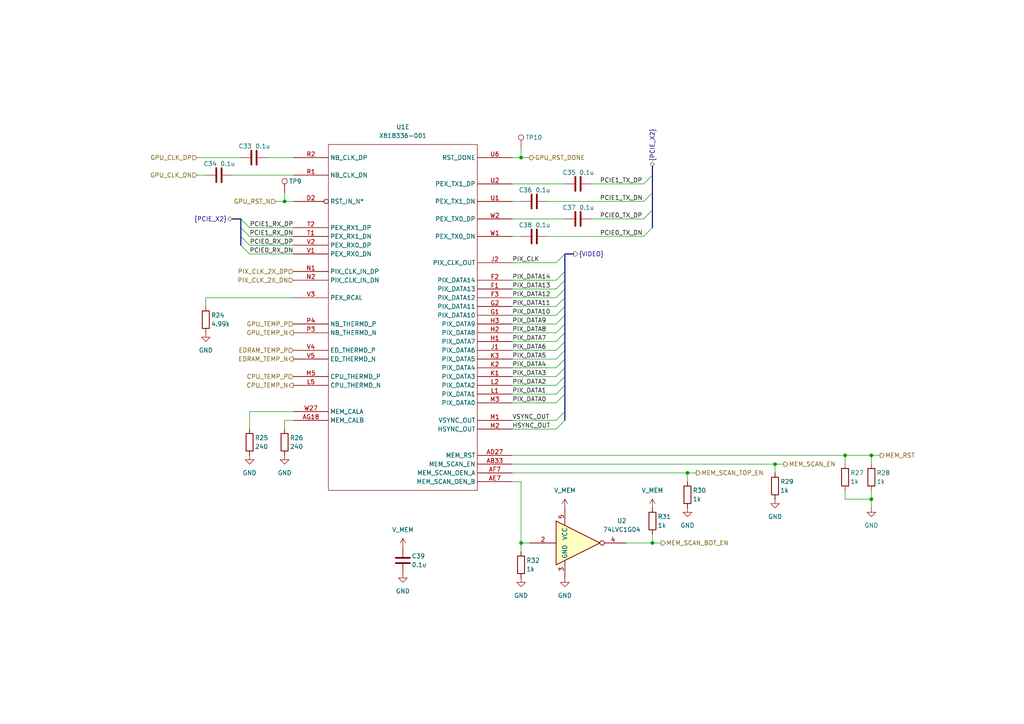
<source format=kicad_sch>
(kicad_sch (version 20250114) (generator "eeschema") (generator_version "9.0")
  (paper "A4")
  (lib_symbols
    (symbol "74xGxx:74LVC1G04"
      (property "Reference" "U" (at 0 7.62 0))
      (property "Value" "74LVC1G04" (at 5.08 -7.62 0))
      (symbol "74LVC1G04_1_1"
        (pin input line (at -15.24 0 0) (length 7.62) (name "~") (number "2"))
        (pin no_connect line (at -7.62 2.54 0) (length 2.54) (hide yes) (name "NC") (number "1"))
        (pin power_in line (at -5.08 10.16 270) (length 5.08) (name "VCC") (number "5"))
        (pin power_in line (at -5.08 -10.16 90) (length 5.08) (name "GND") (number "3"))
        (pin output inverted (at 12.7 0 180) (length 7.62) (name "~") (number "4"))
      )
    )
    (symbol "Connector:TestPoint" (pin_numbers (hide yes)) (pin_names (offset 0.762) (hide yes))
      (property "Reference" "TP" (at 0 6.858 0))
      (property "Value" "TestPoint" (at 0 5.08 0))
      (symbol "TestPoint_1_1"
        (pin passive line (at 0 0 90) (length 2.54) (name "1") (number "1"))
      )
    )
    (symbol "Device:C" (pin_numbers (hide yes)) (pin_names (offset 0.254))
      (property "Reference" "C" (at 0.635 2.54 0))
      (property "Value" "C" (at 0.635 -2.54 0))
      (symbol "C_1_1"
        (pin passive line (at 0 3.81 270) (length 2.794) (name "~") (number "1"))
        (pin passive line (at 0 -3.81 90) (length 2.794) (name "~") (number "2"))
      )
    )
    (symbol "Device:R" (pin_numbers (hide yes)) (pin_names (offset 0))
      (property "Reference" "R" (at 2.032 0 90))
      (property "Value" "R" (at 0 0 90))
      (symbol "R_1_1"
        (pin passive line (at 0 3.81 270) (length 1.27) (name "~") (number "1"))
        (pin passive line (at 0 -3.81 90) (length 1.27) (name "~") (number "2"))
      )
    )
    (symbol "X360:X818336-001"
      (property "Reference" "U" (at -20.828 66.04 0))
      (property "Value" "X818336-001" (at -14.478 -67.564 0))
      (symbol "X818336-001_1_1"
        (unit_name "MC1PD")
        (pin bidirectional line (at -31.75 60.96 0) (length 10.16) (name "MD_DQ31") (number "AM23"))
        (pin bidirectional line (at -31.75 58.42 0) (length 10.16) (name "MD_DQ30") (number "AL23"))
        (pin bidirectional line (at -31.75 55.88 0) (length 10.16) (name "MD_DQ29") (number "AP23"))
        (pin bidirectional line (at -31.75 53.34 0) (length 10.16) (name "MD_DQ28") (number "AP24"))
        (pin bidirectional line (at -31.75 50.8 0) (length 10.16) (name "MD_DQ27") (number "AP22"))
        (pin bidirectional line (at -31.75 48.26 0) (length 10.16) (name "MD_DQ26") (number "AN25"))
        (pin bidirectional line (at -31.75 45.72 0) (length 10.16) (name "MD_DQ25") (number "AN21"))
        (pin bidirectional line (at -31.75 43.18 0) (length 10.16) (name "MD_DQ24") (number "AP25"))
        (pin bidirectional line (at -31.75 40.64 0) (length 10.16) (name "MD_DQ23") (number "AN19"))
        (pin bidirectional line (at -31.75 38.1 0) (length 10.16) (name "MD_DQ22") (number "AP19"))
        (pin bidirectional line (at -31.75 35.56 0) (length 10.16) (name "MD_DQ21") (number "AN20"))
        (pin bidirectional line (at -31.75 33.02 0) (length 10.16) (name "MD_DQ20") (number "AL18"))
        (pin bidirectional line (at -31.75 30.48 0) (length 10.16) (name "MD_DQ19") (number "AL20"))
        (pin bidirectional line (at -31.75 27.94 0) (length 10.16) (name "MD_DQ18") (number "AP18"))
        (pin bidirectional line (at -31.75 25.4 0) (length 10.16) (name "MD_DQ17") (number "AP21"))
        (pin bidirectional line (at -31.75 22.86 0) (length 10.16) (name "MD_DQ16") (number "AN18"))
        (pin bidirectional line (at -31.75 20.32 0) (length 10.16) (name "MD_DQ15") (number "AJ19"))
        (pin bidirectional line (at -31.75 17.78 0) (length 10.16) (name "MD_DQ14") (number "AH23"))
        (pin bidirectional line (at -31.75 15.24 0) (length 10.16) (name "MD_DQ13") (number "AK19"))
        (pin bidirectional line (at -31.75 12.7 0) (length 10.16) (name "MD_DQ12") (number "AJ23"))
        (pin bidirectional line (at -31.75 10.16 0) (length 10.16) (name "MD_DQ11") (number "AK21"))
        (pin bidirectional line (at -31.75 7.62 0) (length 10.16) (name "MD_DQ10") (number "AK22"))
        (pin bidirectional line (at -31.75 5.08 0) (length 10.16) (name "MD_DQ9") (number "AH21"))
        (pin bidirectional line (at -31.75 2.54 0) (length 10.16) (name "MD_DQ8") (number "AM22"))
        (pin bidirectional line (at -31.75 0 0) (length 10.16) (name "MD_DQ7") (number "AH18"))
        (pin bidirectional line (at -31.75 -2.54 0) (length 10.16) (name "MD_DQ6") (number "AJ14"))
        (pin bidirectional line (at -31.75 -5.08 0) (length 10.16) (name "MD_DQ5") (number "AJ18"))
        (pin bidirectional line (at -31.75 -7.62 0) (length 10.16) (name "MD_DQ4") (number "AK14"))
        (pin bidirectional line (at -31.75 -10.16 0) (length 10.16) (name "MD_DQ3") (number "AM17"))
        (pin bidirectional line (at -31.75 -12.7 0) (length 10.16) (name "MD_DQ2") (number "AK15"))
        (pin bidirectional line (at -31.75 -15.24 0) (length 10.16) (name "MD_DQ1") (number "AK16"))
        (pin bidirectional line (at -31.75 -17.78 0) (length 10.16) (name "MD_DQ0") (number "AH16"))
        (pin input line (at -31.75 -22.86 0) (length 10.16) (name "MD_RDQS3") (number "AN23"))
        (pin input line (at -31.75 -25.4 0) (length 10.16) (name "MD_RDQS2") (number "AP20"))
        (pin input line (at -31.75 -27.94 0) (length 10.16) (name "MD_RDQS1") (number "AK20"))
        (pin input line (at -31.75 -30.48 0) (length 10.16) (name "MD_RDQS0") (number "AK17"))
        (pin power_in line (at -31.75 -35.56 0) (length 10.16) (name "MD_VREF0") (number "AN17"))
        (pin output line (at 31.75 60.96 180) (length 10.16) (name "MD_CLK1_DP") (number "AJ24"))
        (pin output line (at 31.75 58.42 180) (length 10.16) (name "MD_CLK1_DN") (number "AK24"))
        (pin output line (at 31.75 55.88 180) (length 10.16) (name "MD_CLK0_DP") (number "AL25"))
        (pin output line (at 31.75 53.34 180) (length 10.16) (name "MD_CLK0_DN") (number "AM25"))
        (pin output line (at 31.75 48.26 180) (length 10.16) (name "MD_A12") (number "AK30"))
        (pin output line (at 31.75 45.72 180) (length 10.16) (name "MD_A11") (number "AN31"))
        (pin output line (at 31.75 43.18 180) (length 10.16) (name "MD_A10") (number "AN32"))
        (pin output line (at 31.75 40.64 180) (length 10.16) (name "MD_A9") (number "AK26"))
        (pin output line (at 31.75 38.1 180) (length 10.16) (name "MD_A8") (number "AK25"))
        (pin output line (at 31.75 35.56 180) (length 10.16) (name "MD_A7") (number "AN26"))
        (pin output line (at 31.75 33.02 180) (length 10.16) (name "MD_A6") (number "AH26"))
        (pin output line (at 31.75 30.48 180) (length 10.16) (name "MD_A5") (number "AH25"))
        (pin output line (at 31.75 27.94 180) (length 10.16) (name "MD_A4") (number "AN27"))
        (pin output line (at 31.75 25.4 180) (length 10.16) (name "MD_A3") (number "AP32"))
        (pin output line (at 31.75 22.86 180) (length 10.16) (name "MD_A2") (number "AN29"))
        (pin output line (at 31.75 20.32 180) (length 10.16) (name "MD_A1") (number "AM32"))
        (pin output line (at 31.75 17.78 180) (length 10.16) (name "MD_A0") (number "AN30"))
        (pin output line (at 31.75 12.7 180) (length 10.16) (name "MD_BA2") (number "AK27"))
        (pin output line (at 31.75 10.16 180) (length 10.16) (name "MD_BA1") (number "AN28"))
        (pin output line (at 31.75 7.62 180) (length 10.16) (name "MD_BA0") (number "AK29"))
        (pin output line (at 31.75 2.54 180) (length 10.16) (name "MD_CKE") (number "AP30"))
        (pin output inverted (at 31.75 0 180) (length 10.16) (name "MD_WE_N*") (number "AP28"))
        (pin output inverted (at 31.75 -2.54 180) (length 10.16) (name "MD_CAS_N*") (number "AP29"))
        (pin output inverted (at 31.75 -5.08 180) (length 10.16) (name "MD_RAS_N*") (number "AP31"))
        (pin output inverted (at 31.75 -7.62 180) (length 10.16) (name "MD_CS1_N*") (number "AK28"))
        (pin output inverted (at 31.75 -10.16 180) (length 10.16) (name "MD_CS0_N*") (number "AP27"))
        (pin output line (at 31.75 -15.24 180) (length 10.16) (name "MD_WDQS3") (number "AN24"))
        (pin output line (at 31.75 -17.78 180) (length 10.16) (name "MD_WDQS2") (number "AM18"))
        (pin output line (at 31.75 -20.32 180) (length 10.16) (name "MD_WDQS1") (number "AH22"))
        (pin output line (at 31.75 -22.86 180) (length 10.16) (name "MD_WDQS0") (number "AH15"))
        (pin output line (at 31.75 -27.94 180) (length 10.16) (name "MD_DM3") (number "AN22"))
        (pin output line (at 31.75 -30.48 180) (length 10.16) (name "MD_DM2") (number "AM20"))
        (pin output line (at 31.75 -33.02 180) (length 10.16) (name "MD_DM1") (number "AH20"))
        (pin output line (at 31.75 -35.56 180) (length 10.16) (name "MD_DM0") (number "AH17"))
      )
      (symbol "X818336-001_2_1"
        (unit_name "MC1PC")
        (pin bidirectional line (at -31.75 60.96 0) (length 10.16) (name "MC_DQ31") (number "AP15"))
        (pin bidirectional line (at -31.75 58.42 0) (length 10.16) (name "MC_DQ30") (number "AM15"))
        (pin bidirectional line (at -31.75 55.88 0) (length 10.16) (name "MC_DQ29") (number "AN15"))
        (pin bidirectional line (at -31.75 53.34 0) (length 10.16) (name "MC_DQ28") (number "AL15"))
        (pin bidirectional line (at -31.75 50.8 0) (length 10.16) (name "MC_DQ27") (number "AL13"))
        (pin bidirectional line (at -31.75 48.26 0) (length 10.16) (name "MC_DQ26") (number "AN16"))
        (pin bidirectional line (at -31.75 45.72 0) (length 10.16) (name "MC_DQ25") (number "AM13"))
        (pin bidirectional line (at -31.75 43.18 0) (length 10.16) (name "MC_DQ24") (number "AP17"))
        (pin bidirectional line (at -31.75 40.64 0) (length 10.16) (name "MC_DQ23") (number "AP11"))
        (pin bidirectional line (at -31.75 38.1 0) (length 10.16) (name "MC_DQ22") (number "AL10"))
        (pin bidirectional line (at -31.75 35.56 0) (length 10.16) (name "MC_DQ21") (number "AN11"))
        (pin bidirectional line (at -31.75 33.02 0) (length 10.16) (name "MC_DQ20") (number "AM10"))
        (pin bidirectional line (at -31.75 30.48 0) (length 10.16) (name "MC_DQ19") (number "AN13"))
        (pin bidirectional line (at -31.75 27.94 0) (length 10.16) (name "MC_DQ18") (number "AN10"))
        (pin bidirectional line (at -31.75 25.4 0) (length 10.16) (name "MC_DQ17") (number "AP13"))
        (pin bidirectional line (at -31.75 22.86 0) (length 10.16) (name "MC_DQ16") (number "AN9"))
        (pin bidirectional line (at -31.75 20.32 0) (length 10.16) (name "MC_DQ15") (number "AJ9"))
        (pin bidirectional line (at -31.75 17.78 0) (length 10.16) (name "MC_DQ14") (number "AJ13"))
        (pin bidirectional line (at -31.75 15.24 0) (length 10.16) (name "MC_DQ13") (number "AK9"))
        (pin bidirectional line (at -31.75 12.7 0) (length 10.16) (name "MC_DQ12") (number "AH13"))
        (pin bidirectional line (at -31.75 10.16 0) (length 10.16) (name "MC_DQ11") (number "AK11"))
        (pin bidirectional line (at -31.75 7.62 0) (length 10.16) (name "MC_DQ10") (number "AK12"))
        (pin bidirectional line (at -31.75 5.08 0) (length 10.16) (name "MC_DQ9") (number "AH11"))
        (pin bidirectional line (at -31.75 2.54 0) (length 10.16) (name "MC_DQ8") (number "AM12"))
        (pin bidirectional line (at -31.75 0 0) (length 10.16) (name "MC_DQ7") (number "AN8"))
        (pin bidirectional line (at -31.75 -2.54 0) (length 10.16) (name "MC_DQ6") (number "AN2"))
        (pin bidirectional line (at -31.75 -5.08 0) (length 10.16) (name "MC_DQ5") (number "AK8"))
        (pin bidirectional line (at -31.75 -7.62 0) (length 10.16) (name "MC_DQ4") (number "AN3"))
        (pin bidirectional line (at -31.75 -10.16 0) (length 10.16) (name "MC_DQ3") (number "AN6"))
        (pin bidirectional line (at -31.75 -12.7 0) (length 10.16) (name "MC_DQ2") (number "AK5"))
        (pin bidirectional line (at -31.75 -15.24 0) (length 10.16) (name "MC_DQ1") (number "AK6"))
        (pin bidirectional line (at -31.75 -17.78 0) (length 10.16) (name "MC_DQ0") (number "AN5"))
        (pin input line (at -31.75 -22.86 0) (length 10.16) (name "MC_RDQS3") (number "AN14"))
        (pin input line (at -31.75 -25.4 0) (length 10.16) (name "MC_RDQS2") (number "AP12"))
        (pin input line (at -31.75 -27.94 0) (length 10.16) (name "MC_RDQS1") (number "AK10"))
        (pin input line (at -31.75 -30.48 0) (length 10.16) (name "MC_RDQS0") (number "AK7"))
        (pin power_in line (at -31.75 -35.56 0) (length 10.16) (name "MC_VREF0") (number "AE5"))
        (pin output line (at 31.75 60.96 180) (length 10.16) (name "MC_CLK1_DP") (number "AP9"))
        (pin output line (at 31.75 58.42 180) (length 10.16) (name "MC_CLK1_DN") (number "AP8"))
        (pin output line (at 31.75 55.88 180) (length 10.16) (name "MC_CLK0_DP") (number "AP6"))
        (pin output line (at 31.75 53.34 180) (length 10.16) (name "MC_CLK0_DN") (number "AP5"))
        (pin output line (at 31.75 48.26 180) (length 10.16) (name "MC_A12") (number "AE1"))
        (pin output line (at 31.75 45.72 180) (length 10.16) (name "MC_A11") (number "AH1"))
        (pin output line (at 31.75 43.18 180) (length 10.16) (name "MC_A10") (number "AE2"))
        (pin output line (at 31.75 40.64 180) (length 10.16) (name "MC_A9") (number "AJ2"))
        (pin output line (at 31.75 38.1 180) (length 10.16) (name "MC_A8") (number "AP4"))
        (pin output line (at 31.75 35.56 180) (length 10.16) (name "MC_A7") (number "AK1"))
        (pin output line (at 31.75 33.02 180) (length 10.16) (name "MC_A6") (number "AL1"))
        (pin output line (at 31.75 30.48 180) (length 10.16) (name "MC_A5") (number "AP3"))
        (pin output line (at 31.75 27.94 180) (length 10.16) (name "MC_A4") (number "AK2"))
        (pin output line (at 31.75 25.4 180) (length 10.16) (name "MC_A3") (number "AJ1"))
        (pin output line (at 31.75 22.86 180) (length 10.16) (name "MC_A2") (number "AH2"))
        (pin output line (at 31.75 20.32 180) (length 10.16) (name "MC_A1") (number "AF1"))
        (pin output line (at 31.75 17.78 180) (length 10.16) (name "MC_A0") (number "AG2"))
        (pin output line (at 31.75 12.7 180) (length 10.16) (name "MC_BA2") (number "AL2"))
        (pin output line (at 31.75 10.16 180) (length 10.16) (name "MC_BA1") (number "AM1"))
        (pin output line (at 31.75 7.62 180) (length 10.16) (name "MC_BA0") (number "AF2"))
        (pin output line (at 31.75 2.54 180) (length 10.16) (name "MC_CKE") (number "AG1"))
        (pin output inverted (at 31.75 0 180) (length 10.16) (name "MC_WE_N*") (number "AH5"))
        (pin output inverted (at 31.75 -2.54 180) (length 10.16) (name "MC_CAS_N*") (number "AG5"))
        (pin output inverted (at 31.75 -5.08 180) (length 10.16) (name "MC_RAS_N*") (number "AF5"))
        (pin output inverted (at 31.75 -7.62 180) (length 10.16) (name "MC_CS1_N*") (number "AJ5"))
        (pin output inverted (at 31.75 -10.16 180) (length 10.16) (name "MC_CS0_N*") (number "AM2"))
        (pin output line (at 31.75 -15.24 180) (length 10.16) (name "MC_WDQS3") (number "AP16"))
        (pin output line (at 31.75 -17.78 180) (length 10.16) (name "MC_WDQS2") (number "AP10"))
        (pin output line (at 31.75 -20.32 180) (length 10.16) (name "MC_WDQS1") (number "AH12"))
        (pin output line (at 31.75 -22.86 180) (length 10.16) (name "MC_WDQS0") (number "AN4"))
        (pin output line (at 31.75 -27.94 180) (length 10.16) (name "MC_DM3") (number "AP14"))
        (pin output line (at 31.75 -30.48 180) (length 10.16) (name "MC_DM2") (number "AN12"))
        (pin output line (at 31.75 -33.02 180) (length 10.16) (name "MC_DM1") (number "AH10"))
        (pin output line (at 31.75 -35.56 180) (length 10.16) (name "MC_DM0") (number "AN7"))
      )
      (symbol "X818336-001_3_1"
        (unit_name "MC0PB")
        (pin bidirectional line (at -31.75 60.96 0) (length 10.16) (name "MB_DQ31") (number "H33"))
        (pin bidirectional line (at -31.75 58.42 0) (length 10.16) (name "MB_DQ30") (number "G34"))
        (pin bidirectional line (at -31.75 55.88 0) (length 10.16) (name "MB_DQ29") (number "H34"))
        (pin bidirectional line (at -31.75 53.34 0) (length 10.16) (name "MB_DQ28") (number "F34"))
        (pin bidirectional line (at -31.75 50.8 0) (length 10.16) (name "MB_DQ27") (number "K31"))
        (pin bidirectional line (at -31.75 48.26 0) (length 10.16) (name "MB_DQ26") (number "D34"))
        (pin bidirectional line (at -31.75 45.72 0) (length 10.16) (name "MB_DQ25") (number "K32"))
        (pin bidirectional line (at -31.75 43.18 0) (length 10.16) (name "MB_DQ24") (number "C34"))
        (pin bidirectional line (at -31.75 40.64 0) (length 10.16) (name "MB_DQ23") (number "M32"))
        (pin bidirectional line (at -31.75 38.1 0) (length 10.16) (name "MB_DQ22") (number "M34"))
        (pin bidirectional line (at -31.75 35.56 0) (length 10.16) (name "MB_DQ21") (number "M31"))
        (pin bidirectional line (at -31.75 33.02 0) (length 10.16) (name "MB_DQ20") (number "M33"))
        (pin bidirectional line (at -31.75 30.48 0) (length 10.16) (name "MB_DQ19") (number "K33"))
        (pin bidirectional line (at -31.75 27.94 0) (length 10.16) (name "MB_DQ18") (number "N34"))
        (pin bidirectional line (at -31.75 25.4 0) (length 10.16) (name "MB_DQ17") (number "K34"))
        (pin bidirectional line (at -31.75 22.86 0) (length 10.16) (name "MB_DQ16") (number "P33"))
        (pin bidirectional line (at -31.75 20.32 0) (length 10.16) (name "MB_DQ15") (number "J28"))
        (pin bidirectional line (at -31.75 17.78 0) (length 10.16) (name "MB_DQ14") (number "C33"))
        (pin bidirectional line (at -31.75 15.24 0) (length 10.16) (name "MB_DQ13") (number "J30"))
        (pin bidirectional line (at -31.75 12.7 0) (length 10.16) (name "MB_DQ12") (number "D33"))
        (pin bidirectional line (at -31.75 10.16 0) (length 10.16) (name "MB_DQ11") (number "F33"))
        (pin bidirectional line (at -31.75 7.62 0) (length 10.16) (name "MB_DQ10") (number "E33"))
        (pin bidirectional line (at -31.75 5.08 0) (length 10.16) (name "MB_DQ9") (number "G30"))
        (pin bidirectional line (at -31.75 2.54 0) (length 10.16) (name "MB_DQ8") (number "F30"))
        (pin bidirectional line (at -31.75 0 0) (length 10.16) (name "MB_DQ7") (number "K30"))
        (pin bidirectional line (at -31.75 -2.54 0) (length 10.16) (name "MB_DQ6") (number "P28"))
        (pin bidirectional line (at -31.75 -5.08 0) (length 10.16) (name "MB_DQ5") (number "K28"))
        (pin bidirectional line (at -31.75 -7.62 0) (length 10.16) (name "MB_DQ4") (number "P30"))
        (pin bidirectional line (at -31.75 -10.16 0) (length 10.16) (name "MB_DQ3") (number "M28"))
        (pin bidirectional line (at -31.75 -12.7 0) (length 10.16) (name "MB_DQ2") (number "N30"))
        (pin bidirectional line (at -31.75 -15.24 0) (length 10.16) (name "MB_DQ1") (number "M29"))
        (pin bidirectional line (at -31.75 -17.78 0) (length 10.16) (name "MB_DQ0") (number "N28"))
        (pin input line (at -31.75 -22.86 0) (length 10.16) (name "MB_RDQS3") (number "J33"))
        (pin input line (at -31.75 -25.4 0) (length 10.16) (name "MB_RDQS2") (number "L34"))
        (pin input line (at -31.75 -27.94 0) (length 10.16) (name "MB_RDQS1") (number "G33"))
        (pin input line (at -31.75 -30.48 0) (length 10.16) (name "MB_RDQS0") (number "L29"))
        (pin power_in line (at -31.75 -35.56 0) (length 10.16) (name "MB_VREF0") (number "P34"))
        (pin output line (at 31.75 60.96 180) (length 10.16) (name "MB_CLK1_DP") (number "B32"))
        (pin output line (at 31.75 58.42 180) (length 10.16) (name "MB_CLK1_DN") (number "A32"))
        (pin output line (at 31.75 55.88 180) (length 10.16) (name "MB_CLK0_DP") (number "B31"))
        (pin output line (at 31.75 53.34 180) (length 10.16) (name "MB_CLK0_DN") (number "A31"))
        (pin output line (at 31.75 48.26 180) (length 10.16) (name "MB_A12") (number "C30"))
        (pin output line (at 31.75 45.72 180) (length 10.16) (name "MB_A11") (number "F25"))
        (pin output line (at 31.75 43.18 180) (length 10.16) (name "MB_A10") (number "A25"))
        (pin output line (at 31.75 40.64 180) (length 10.16) (name "MB_A9") (number "E29"))
        (pin output line (at 31.75 38.1 180) (length 10.16) (name "MB_A8") (number "B30"))
        (pin output line (at 31.75 35.56 180) (length 10.16) (name "MB_A7") (number "B29"))
        (pin output line (at 31.75 33.02 180) (length 10.16) (name "MB_A6") (number "A30"))
        (pin output line (at 31.75 30.48 180) (length 10.16) (name "MB_A5") (number "C32"))
        (pin output line (at 31.75 27.94 180) (length 10.16) (name "MB_A4") (number "A29"))
        (pin output line (at 31.75 25.4 180) (length 10.16) (name "MB_A3") (number "E25"))
        (pin output line (at 31.75 22.86 180) (length 10.16) (name "MB_A2") (number "G26"))
        (pin output line (at 31.75 20.32 180) (length 10.16) (name "MB_A1") (number "B25"))
        (pin output line (at 31.75 17.78 180) (length 10.16) (name "MB_A0") (number "F26"))
        (pin output line (at 31.75 12.7 180) (length 10.16) (name "MB_BA2") (number "E28"))
        (pin output line (at 31.75 10.16 180) (length 10.16) (name "MB_BA1") (number "B28"))
        (pin output line (at 31.75 7.62 180) (length 10.16) (name "MB_BA0") (number "E27"))
        (pin output line (at 31.75 2.54 180) (length 10.16) (name "MB_CKE") (number "A27"))
        (pin output inverted (at 31.75 0 180) (length 10.16) (name "MB_WE_N*") (number "B26"))
        (pin output inverted (at 31.75 -2.54 180) (length 10.16) (name "MB_CAS_N*") (number "C26"))
        (pin output inverted (at 31.75 -5.08 180) (length 10.16) (name "MB_RAS_N*") (number "D26"))
        (pin output inverted (at 31.75 -7.62 180) (length 10.16) (name "MB_CS1_N*") (number "A28"))
        (pin output inverted (at 31.75 -10.16 180) (length 10.16) (name "MB_CS0_N*") (number "A26"))
        (pin output line (at 31.75 -15.24 180) (length 10.16) (name "MB_WDQS3") (number "E34"))
        (pin output line (at 31.75 -17.78 180) (length 10.16) (name "MB_WDQS2") (number "N33"))
        (pin output line (at 31.75 -20.32 180) (length 10.16) (name "MB_WDQS1") (number "E30"))
        (pin output line (at 31.75 -22.86 180) (length 10.16) (name "MB_WDQS0") (number "N32"))
        (pin output line (at 31.75 -27.94 180) (length 10.16) (name "MB_DM3") (number "J34"))
        (pin output line (at 31.75 -30.48 180) (length 10.16) (name "MB_DM2") (number "L33"))
        (pin output line (at 31.75 -33.02 180) (length 10.16) (name "MB_DM1") (number "H30"))
        (pin output line (at 31.75 -35.56 180) (length 10.16) (name "MB_DM0") (number "L30"))
      )
      (symbol "X818336-001_4_1"
        (unit_name "MC0PA")
        (pin bidirectional line (at -31.75 60.96 0) (length 10.16) (name "MA_DQ31") (number "T34"))
        (pin bidirectional line (at -31.75 58.42 0) (length 10.16) (name "MA_DQ30") (number "T33"))
        (pin bidirectional line (at -31.75 55.88 0) (length 10.16) (name "MA_DQ29") (number "U31"))
        (pin bidirectional line (at -31.75 53.34 0) (length 10.16) (name "MA_DQ28") (number "R33"))
        (pin bidirectional line (at -31.75 50.8 0) (length 10.16) (name "MA_DQ27") (number "U33"))
        (pin bidirectional line (at -31.75 48.26 0) (length 10.16) (name "MA_DQ26") (number "R32"))
        (pin bidirectional line (at -31.75 45.72 0) (length 10.16) (name "MA_DQ25") (number "V33"))
        (pin bidirectional line (at -31.75 43.18 0) (length 10.16) (name "MA_DQ24") (number "R31"))
        (pin bidirectional line (at -31.75 40.64 0) (length 10.16) (name "MA_DQ23") (number "Y34"))
        (pin bidirectional line (at -31.75 38.1 0) (length 10.16) (name "MA_DQ22") (number "Y33"))
        (pin bidirectional line (at -31.75 35.56 0) (length 10.16) (name "MA_DQ21") (number "Y32"))
        (pin bidirectional line (at -31.75 33.02 0) (length 10.16) (name "MA_DQ20") (number "AA33"))
        (pin bidirectional line (at -31.75 30.48 0) (length 10.16) (name "MA_DQ19") (number "W33"))
        (pin bidirectional line (at -31.75 27.94 0) (length 10.16) (name "MA_DQ18") (number "AB31"))
        (pin bidirectional line (at -31.75 25.4 0) (length 10.16) (name "MA_DQ17") (number "V34"))
        (pin bidirectional line (at -31.75 22.86 0) (length 10.16) (name "MA_DQ16") (number "AB32"))
        (pin bidirectional line (at -31.75 20.32 0) (length 10.16) (name "MA_DQ15") (number "W28"))
        (pin bidirectional line (at -31.75 17.78 0) (length 10.16) (name "MA_DQ14") (number "R30"))
        (pin bidirectional line (at -31.75 15.24 0) (length 10.16) (name "MA_DQ13") (number "W30"))
        (pin bidirectional line (at -31.75 12.7 0) (length 10.16) (name "MA_DQ12") (number "R28"))
        (pin bidirectional line (at -31.75 10.16 0) (length 10.16) (name "MA_DQ11") (number "V28"))
        (pin bidirectional line (at -31.75 7.62 0) (length 10.16) (name "MA_DQ10") (number "T29"))
        (pin bidirectional line (at -31.75 5.08 0) (length 10.16) (name "MA_DQ9") (number "U29"))
        (pin bidirectional line (at -31.75 2.54 0) (length 10.16) (name "MA_DQ8") (number "U28"))
        (pin bidirectional line (at -31.75 0 0) (length 10.16) (name "MA_DQ7") (number "Y30"))
        (pin bidirectional line (at -31.75 -2.54 0) (length 10.16) (name "MA_DQ6") (number "AD28"))
        (pin bidirectional line (at -31.75 -5.08 0) (length 10.16) (name "MA_DQ5") (number "Y28"))
        (pin bidirectional line (at -31.75 -7.62 0) (length 10.16) (name "MA_DQ4") (number "AD30"))
        (pin bidirectional line (at -31.75 -10.16 0) (length 10.16) (name "MA_DQ3") (number "AB28"))
        (pin bidirectional line (at -31.75 -12.7 0) (length 10.16) (name "MA_DQ2") (number "AC30"))
        (pin bidirectional line (at -31.75 -15.24 0) (length 10.16) (name "MA_DQ1") (number "AB29"))
        (pin bidirectional line (at -31.75 -17.78 0) (length 10.16) (name "MA_DQ0") (number "AC28"))
        (pin input line (at -31.75 -22.86 0) (length 10.16) (name "MA_RDQS3") (number "U32"))
        (pin input line (at -31.75 -25.4 0) (length 10.16) (name "MA_RDQS2") (number "Y31"))
        (pin input line (at -31.75 -27.94 0) (length 10.16) (name "MA_RDQS1") (number "V30"))
        (pin input line (at -31.75 -30.48 0) (length 10.16) (name "MA_RDQS0") (number "AA29"))
        (pin power_in line (at -31.75 -35.56 0) (length 10.16) (name "MA_VREF0") (number "AB34"))
        (pin output line (at 31.75 60.96 180) (length 10.16) (name "MA_CLK1_DP") (number "AE28"))
        (pin output line (at 31.75 58.42 180) (length 10.16) (name "MA_CLK1_DN") (number "AE30"))
        (pin output line (at 31.75 55.88 180) (length 10.16) (name "MA_CLK0_DP") (number "AC33"))
        (pin output line (at 31.75 53.34 180) (length 10.16) (name "MA_CLK0_DN") (number "AC34"))
        (pin output line (at 31.75 48.26 180) (length 10.16) (name "MA_A12") (number "AL33"))
        (pin output line (at 31.75 45.72 180) (length 10.16) (name "MA_A11") (number "AH34"))
        (pin output line (at 31.75 43.18 180) (length 10.16) (name "MA_A10") (number "AL34"))
        (pin output line (at 31.75 40.64 180) (length 10.16) (name "MA_A9") (number "AG34"))
        (pin output line (at 31.75 38.1 180) (length 10.16) (name "MA_A8") (number "AD33"))
        (pin output line (at 31.75 35.56 180) (length 10.16) (name "MA_A7") (number "AF34"))
        (pin output line (at 31.75 33.02 180) (length 10.16) (name "MA_A6") (number "AE33"))
        (pin output line (at 31.75 30.48 180) (length 10.16) (name "MA_A5") (number "AD34"))
        (pin output line (at 31.75 27.94 180) (length 10.16) (name "MA_A4") (number "AF33"))
        (pin output line (at 31.75 25.4 180) (length 10.16) (name "MA_A3") (number "AG33"))
        (pin output line (at 31.75 22.86 180) (length 10.16) (name "MA_A2") (number "AH33"))
        (pin output line (at 31.75 20.32 180) (length 10.16) (name "MA_A1") (number "AK33"))
        (pin output line (at 31.75 17.78 180) (length 10.16) (name "MA_A0") (number "AJ34"))
        (pin output line (at 31.75 12.7 180) (length 10.16) (name "MA_BA2") (number "AE34"))
        (pin output line (at 31.75 10.16 180) (length 10.16) (name "MA_BA1") (number "AE32"))
        (pin output line (at 31.75 7.62 180) (length 10.16) (name "MA_BA0") (number "AK34"))
        (pin output line (at 31.75 2.54 180) (length 10.16) (name "MA_CKE") (number "AJ33"))
        (pin output inverted (at 31.75 0 180) (length 10.16) (name "MA_WE_N*") (number "AF29"))
        (pin output inverted (at 31.75 -2.54 180) (length 10.16) (name "MA_CAS_N*") (number "AG30"))
        (pin output inverted (at 31.75 -5.08 180) (length 10.16) (name "MA_RAS_N*") (number "AH30"))
        (pin output inverted (at 31.75 -7.62 180) (length 10.16) (name "MA_CS1_N*") (number "AF30"))
        (pin output inverted (at 31.75 -10.16 180) (length 10.16) (name "MA_CS0_N*") (number "AE31"))
        (pin output line (at 31.75 -15.24 180) (length 10.16) (name "MA_WDQS3") (number "R34"))
        (pin output line (at 31.75 -17.78 180) (length 10.16) (name "MA_WDQS2") (number "AA34"))
        (pin output line (at 31.75 -20.32 180) (length 10.16) (name "MA_WDQS1") (number "T30"))
        (pin output line (at 31.75 -22.86 180) (length 10.16) (name "MA_WDQS0") (number "AC32"))
        (pin output line (at 31.75 -27.94 180) (length 10.16) (name "MA_DM3") (number "U34"))
        (pin output line (at 31.75 -30.48 180) (length 10.16) (name "MA_DM2") (number "W34"))
        (pin output line (at 31.75 -33.02 180) (length 10.16) (name "MA_DM1") (number "V32"))
        (pin output line (at 31.75 -35.56 180) (length 10.16) (name "MA_DM0") (number "AA30"))
      )
      (symbol "X818336-001_5_1"
        (unit_name "VIDEO + PCIEX")
        (pin input line (at -31.75 60.96 0) (length 10.16) (name "NB_CLK_DP") (number "R2"))
        (pin input line (at -31.75 55.88 0) (length 10.16) (name "NB_CLK_DN") (number "R1"))
        (pin input inverted (at -31.75 48.26 0) (length 10.16) (name "RST_IN_N*") (number "D2"))
        (pin input line (at -31.75 40.64 0) (length 10.16) (name "PEX_RX1_DP") (number "T2"))
        (pin input line (at -31.75 38.1 0) (length 10.16) (name "PEX_RX1_DN") (number "T1"))
        (pin input line (at -31.75 35.56 0) (length 10.16) (name "PEX_RX0_DP") (number "V2"))
        (pin input line (at -31.75 33.02 0) (length 10.16) (name "PEX_RX0_DN") (number "V1"))
        (pin input line (at -31.75 27.94 0) (length 10.16) (name "PIX_CLK_IN_DP") (number "N1"))
        (pin input line (at -31.75 25.4 0) (length 10.16) (name "PIX_CLK_IN_DN") (number "N2"))
        (pin power_in line (at -31.75 20.32 0) (length 10.16) (name "PEX_RCAL") (number "V3"))
        (pin input line (at -31.75 12.7 0) (length 10.16) (name "NB_THERMD_P") (number "P4"))
        (pin output line (at -31.75 10.16 0) (length 10.16) (name "NB_THERMD_N") (number "P3"))
        (pin input line (at -31.75 5.08 0) (length 10.16) (name "ED_THERMD_P") (number "V4"))
        (pin output line (at -31.75 2.54 0) (length 10.16) (name "ED_THERMD_N") (number "V5"))
        (pin input line (at -31.75 -2.54 0) (length 10.16) (name "CPU_THERMD_P") (number "M5"))
        (pin output line (at -31.75 -5.08 0) (length 10.16) (name "CPU_THERMD_N") (number "L5"))
        (pin power_in line (at -31.75 -12.7 0) (length 10.16) (name "MEM_CALA") (number "W27"))
        (pin power_in line (at -31.75 -15.24 0) (length 10.16) (name "MEM_CALB") (number "AG18"))
        (pin output line (at 31.75 60.96 180) (length 10.16) (name "RST_DONE") (number "U6"))
        (pin output line (at 31.75 53.34 180) (length 10.16) (name "PEX_TX1_DP") (number "U2"))
        (pin output line (at 31.75 48.26 180) (length 10.16) (name "PEX_TX1_DN") (number "U1"))
        (pin output line (at 31.75 43.18 180) (length 10.16) (name "PEX_TX0_DP") (number "W2"))
        (pin output line (at 31.75 38.1 180) (length 10.16) (name "PEX_TX0_DN") (number "W1"))
        (pin output line (at 31.75 30.48 180) (length 10.16) (name "PIX_CLK_OUT") (number "J2"))
        (pin output line (at 31.75 25.4 180) (length 10.16) (name "PIX_DATA14") (number "F2"))
        (pin output line (at 31.75 22.86 180) (length 10.16) (name "PIX_DATA13") (number "F1"))
        (pin output line (at 31.75 20.32 180) (length 10.16) (name "PIX_DATA12") (number "F3"))
        (pin output line (at 31.75 17.78 180) (length 10.16) (name "PIX_DATA11") (number "G2"))
        (pin output line (at 31.75 15.24 180) (length 10.16) (name "PIX_DATA10") (number "G1"))
        (pin output line (at 31.75 12.7 180) (length 10.16) (name "PIX_DATA9") (number "H3"))
        (pin output line (at 31.75 10.16 180) (length 10.16) (name "PIX_DATA8") (number "H2"))
        (pin output line (at 31.75 7.62 180) (length 10.16) (name "PIX_DATA7") (number "H1"))
        (pin output line (at 31.75 5.08 180) (length 10.16) (name "PIX_DATA6") (number "J1"))
        (pin output line (at 31.75 2.54 180) (length 10.16) (name "PIX_DATA5") (number "K3"))
        (pin output line (at 31.75 0 180) (length 10.16) (name "PIX_DATA4") (number "K2"))
        (pin output line (at 31.75 -2.54 180) (length 10.16) (name "PIX_DATA3") (number "K1"))
        (pin output line (at 31.75 -5.08 180) (length 10.16) (name "PIX_DATA2") (number "L2"))
        (pin output line (at 31.75 -7.62 180) (length 10.16) (name "PIX_DATA1") (number "L1"))
        (pin output line (at 31.75 -10.16 180) (length 10.16) (name "PIX_DATA0") (number "M3"))
        (pin output line (at 31.75 -15.24 180) (length 10.16) (name "VSYNC_OUT") (number "M1"))
        (pin output line (at 31.75 -17.78 180) (length 10.16) (name "HSYNC_OUT") (number "M2"))
        (pin output line (at 31.75 -25.4 180) (length 10.16) (name "MEM_RST") (number "AD27"))
        (pin output line (at 31.75 -27.94 180) (length 10.16) (name "MEM_SCAN_EN") (number "AB33"))
        (pin output line (at 31.75 -30.48 180) (length 10.16) (name "MEM_SCAN_OEN_A") (number "AF7"))
        (pin output line (at 31.75 -33.02 180) (length 10.16) (name "MEM_SCAN_OEN_B") (number "AE7"))
      )
      (symbol "X818336-001_6_1"
        (unit_name "VCS")
        (pin power_in line (at -31.75 60.96 0) (length 10.16) (name "V_CS28") (number "A11"))
        (pin power_in line (at -31.75 58.42 0) (length 10.16) (name "V_CS27") (number "A9"))
        (pin power_in line (at -31.75 55.88 0) (length 10.16) (name "V_CS26") (number "B10"))
        (pin power_in line (at -31.75 53.34 0) (length 10.16) (name "V_CS25") (number "C11"))
        (pin power_in line (at -31.75 50.8 0) (length 10.16) (name "V_CS24") (number "C9"))
        (pin power_in line (at -31.75 48.26 0) (length 10.16) (name "V_CS23") (number "D10"))
        (pin power_in line (at -31.75 45.72 0) (length 10.16) (name "V_CS22") (number "E11"))
        (pin power_in line (at -31.75 43.18 0) (length 10.16) (name "V_CS21") (number "E9"))
        (pin power_in line (at 31.75 60.96 180) (length 10.16) (name "V_CS20") (number "F10"))
        (pin power_in line (at 31.75 58.42 180) (length 10.16) (name "V_CS19") (number "G11"))
        (pin power_in line (at 31.75 55.88 180) (length 10.16) (name "V_CS18") (number "G9"))
        (pin power_in line (at 31.75 53.34 180) (length 10.16) (name "V_CS17") (number "H10"))
        (pin power_in line (at 31.75 50.8 180) (length 10.16) (name "V_CS16") (number "H8"))
        (pin power_in line (at 31.75 48.26 180) (length 10.16) (name "V_CS15") (number "J9"))
        (pin power_in line (at 31.75 45.72 180) (length 10.16) (name "V_CS14") (number "K10"))
        (pin power_in line (at 31.75 43.18 180) (length 10.16) (name "V_CS13") (number "K8"))
        (pin power_in line (at 31.75 40.64 180) (length 10.16) (name "V_CS12") (number "L9"))
        (pin power_in line (at 31.75 38.1 180) (length 10.16) (name "V_CS11") (number "M10"))
        (pin power_in line (at 31.75 35.56 180) (length 10.16) (name "V_CS10") (number "M8"))
        (pin power_in line (at 31.75 33.02 180) (length 10.16) (name "V_CS9") (number "N9"))
        (pin power_in line (at 31.75 30.48 180) (length 10.16) (name "V_CS8") (number "P10"))
        (pin power_in line (at 31.75 27.94 180) (length 10.16) (name "V_CS7") (number "P8"))
        (pin power_in line (at 31.75 25.4 180) (length 10.16) (name "V_CS6") (number "R9"))
        (pin power_in line (at 31.75 22.86 180) (length 10.16) (name "V_CS5") (number "T10"))
        (pin power_in line (at 31.75 20.32 180) (length 10.16) (name "V_CS4") (number "T8"))
        (pin power_in line (at 31.75 17.78 180) (length 10.16) (name "V_CS3") (number "U9"))
        (pin power_in line (at 31.75 15.24 180) (length 10.16) (name "V_CS2") (number "V10"))
        (pin power_in line (at 31.75 12.7 180) (length 10.16) (name "V_CS1") (number "V8"))
        (pin power_in line (at 31.75 10.16 180) (length 10.16) (name "V_CS0") (number "W9"))
      )
      (symbol "X818336-001_7_1"
        (unit_name "EDRAM POWER")
        (pin power_in line (at -31.75 60.96 0) (length 10.16) (name "V_EDRAM47") (number "R7"))
        (pin power_in line (at -31.75 58.42 0) (length 10.16) (name "V_EDRAM46") (number "T6"))
        (pin power_in line (at -31.75 55.88 0) (length 10.16) (name "V_EDRAM45") (number "U7"))
        (pin power_in line (at -31.75 53.34 0) (length 10.16) (name "V_EDRAM44") (number "W7"))
        (pin power_in line (at -31.75 50.8 0) (length 10.16) (name "V_EDRAM43") (number "Y11"))
        (pin power_in line (at -31.75 48.26 0) (length 10.16) (name "V_EDRAM42") (number "Y10"))
        (pin power_in line (at -31.75 45.72 0) (length 10.16) (name "V_EDRAM41") (number "Y8"))
        (pin power_in line (at -31.75 43.18 0) (length 10.16) (name "V_EDRAM40") (number "Y6"))
        (pin power_in line (at -31.75 40.64 0) (length 10.16) (name "V_EDRAM39") (number "Y4"))
        (pin power_in line (at -31.75 38.1 0) (length 10.16) (name "V_EDRAM38") (number "Y2"))
        (pin power_in line (at -31.75 35.56 0) (length 10.16) (name "V_EDRAM37") (number "Y1"))
        (pin power_in line (at -31.75 33.02 0) (length 10.16) (name "V_EDRAM36") (number "AA11"))
        (pin power_in line (at -31.75 30.48 0) (length 10.16) (name "V_EDRAM35") (number "AA10"))
        (pin power_in line (at -31.75 27.94 0) (length 10.16) (name "V_EDRAM34") (number "AA9"))
        (pin power_in line (at -31.75 25.4 0) (length 10.16) (name "V_EDRAM33") (number "AA8"))
        (pin power_in line (at -31.75 22.86 0) (length 10.16) (name "V_EDRAM32") (number "AA7"))
        (pin power_in line (at -31.75 20.32 0) (length 10.16) (name "V_EDRAM31") (number "AA6"))
        (pin power_in line (at -31.75 17.78 0) (length 10.16) (name "V_EDRAM30") (number "AA5"))
        (pin power_in line (at -31.75 15.24 0) (length 10.16) (name "V_EDRAM29") (number "AA4"))
        (pin power_in line (at -31.75 12.7 0) (length 10.16) (name "V_EDRAM28") (number "AA3"))
        (pin power_in line (at -31.75 10.16 0) (length 10.16) (name "V_EDRAM27") (number "AA2"))
        (pin power_in line (at -31.75 7.62 0) (length 10.16) (name "V_EDRAM26") (number "AA1"))
        (pin power_in line (at -31.75 5.08 0) (length 10.16) (name "V_EDRAM25") (number "AB10"))
        (pin power_in line (at -31.75 2.54 0) (length 10.16) (name "V_EDRAM24") (number "AB8"))
        (pin power_in line (at 31.75 60.96 180) (length 10.16) (name "V_EDRAM23") (number "AB6"))
        (pin power_in line (at 31.75 58.42 180) (length 10.16) (name "V_EDRAM22") (number "AB4"))
        (pin power_in line (at 31.75 55.88 180) (length 10.16) (name "V_EDRAM21") (number "AB2"))
        (pin power_in line (at 31.75 53.34 180) (length 10.16) (name "V_EDRAM20") (number "AC11"))
        (pin power_in line (at 31.75 50.8 180) (length 10.16) (name "V_EDRAM19") (number "AC10"))
        (pin power_in line (at 31.75 48.26 180) (length 10.16) (name "V_EDRAM18") (number "AC9"))
        (pin power_in line (at 31.75 45.72 180) (length 10.16) (name "V_EDRAM17") (number "AC8"))
        (pin power_in line (at 31.75 43.18 180) (length 10.16) (name "V_EDRAM16") (number "AC7"))
        (pin power_in line (at 31.75 40.64 180) (length 10.16) (name "V_EDRAM15") (number "AC6"))
        (pin power_in line (at 31.75 38.1 180) (length 10.16) (name "V_EDRAM14") (number "AC5"))
        (pin power_in line (at 31.75 35.56 180) (length 10.16) (name "V_EDRAM13") (number "AC4"))
        (pin power_in line (at 31.75 33.02 180) (length 10.16) (name "V_EDRAM12") (number "AC3"))
        (pin power_in line (at 31.75 30.48 180) (length 10.16) (name "V_EDRAM11") (number "AC2"))
        (pin power_in line (at 31.75 27.94 180) (length 10.16) (name "V_EDRAM10") (number "AC1"))
        (pin power_in line (at 31.75 25.4 180) (length 10.16) (name "V_EDRAM9") (number "AD11"))
        (pin power_in line (at 31.75 22.86 180) (length 10.16) (name "V_EDRAM8") (number "AD10"))
        (pin power_in line (at 31.75 20.32 180) (length 10.16) (name "V_EDRAM7") (number "AD8"))
        (pin power_in line (at 31.75 17.78 180) (length 10.16) (name "V_EDRAM6") (number "AD6"))
        (pin power_in line (at 31.75 15.24 180) (length 10.16) (name "V_EDRAM5") (number "AD4"))
        (pin power_in line (at 31.75 12.7 180) (length 10.16) (name "V_EDRAM4") (number "AD2"))
        (pin power_in line (at 31.75 10.16 180) (length 10.16) (name "V_EDRAM3") (number "AD1"))
        (pin power_in line (at 31.75 7.62 180) (length 10.16) (name "V_EDRAM2") (number "AE11"))
        (pin power_in line (at 31.75 5.08 180) (length 10.16) (name "V_EDRAM1") (number "AE9"))
        (pin power_in line (at 31.75 2.54 180) (length 10.16) (name "V_EDRAM0") (number "AF10"))
      )
      (symbol "X818336-001_8_1"
        (unit_name "MEMORY POWER")
        (pin power_in line (at -31.75 60.96 0) (length 10.16) (name "V_MEM111") (number "A33"))
        (pin power_in line (at -31.75 58.42 0) (length 10.16) (name "V_MEM110") (number "B34"))
        (pin power_in line (at -31.75 55.88 0) (length 10.16) (name "V_MEM109") (number "C31"))
        (pin power_in line (at -31.75 53.34 0) (length 10.16) (name "V_MEM108") (number "C29"))
        (pin power_in line (at -31.75 50.8 0) (length 10.16) (name "V_MEM107") (number "C27"))
        (pin power_in line (at -31.75 48.26 0) (length 10.16) (name "V_MEM106") (number "D32"))
        (pin power_in line (at -31.75 45.72 0) (length 10.16) (name "V_MEM105") (number "D30"))
        (pin power_in line (at -31.75 43.18 0) (length 10.16) (name "V_MEM104") (number "D28"))
        (pin power_in line (at -31.75 40.64 0) (length 10.16) (name "V_MEM103") (number "D25"))
        (pin power_in line (at -31.75 38.1 0) (length 10.16) (name "V_MEM102") (number "E31"))
        (pin power_in line (at -31.75 35.56 0) (length 10.16) (name "V_MEM101") (number "E26"))
        (pin power_in line (at -31.75 33.02 0) (length 10.16) (name "V_MEM100") (number "F32"))
        (pin power_in line (at -31.75 30.48 0) (length 10.16) (name "V_MEM99") (number "F28"))
        (pin power_in line (at -31.75 27.94 0) (length 10.16) (name "V_MEM98") (number "G31"))
        (pin power_in line (at -31.75 25.4 0) (length 10.16) (name "V_MEM97") (number "G29"))
        (pin power_in line (at -31.75 22.86 0) (length 10.16) (name "V_MEM96") (number "G27"))
        (pin power_in line (at -31.75 20.32 0) (length 10.16) (name "V_MEM95") (number "G25"))
        (pin power_in line (at -31.75 17.78 0) (length 10.16) (name "V_MEM94") (number "H32"))
        (pin power_in line (at -31.75 15.24 0) (length 10.16) (name "V_MEM93") (number "H28"))
        (pin power_in line (at -31.75 12.7 0) (length 10.16) (name "V_MEM92") (number "H26"))
        (pin power_in line (at -31.75 10.16 0) (length 10.16) (name "V_MEM91") (number "J32"))
        (pin power_in line (at -31.75 7.62 0) (length 10.16) (name "V_MEM90") (number "J29"))
        (pin power_in line (at -31.75 5.08 0) (length 10.16) (name "V_MEM89") (number "K27"))
        (pin power_in line (at -31.75 2.54 0) (length 10.16) (name "V_MEM88") (number "L31"))
        (pin power_in line (at -31.75 0 0) (length 10.16) (name "V_MEM87") (number "L28"))
        (pin power_in line (at -31.75 -2.54 0) (length 10.16) (name "V_MEM86") (number "M30"))
        (pin power_in line (at -31.75 -5.08 0) (length 10.16) (name "V_MEM85") (number "M27"))
        (pin power_in line (at -31.75 -7.62 0) (length 10.16) (name "V_MEM84") (number "N29"))
        (pin power_in line (at -31.75 -10.16 0) (length 10.16) (name "V_MEM83") (number "P31"))
        (pin power_in line (at -31.75 -12.7 0) (length 10.16) (name "V_MEM82") (number "P29"))
        (pin power_in line (at -31.75 -15.24 0) (length 10.16) (name "V_MEM81") (number "R27"))
        (pin power_in line (at -31.75 -17.78 0) (length 10.16) (name "V_MEM80") (number "T32"))
        (pin power_in line (at -31.75 -20.32 0) (length 10.16) (name "V_MEM79") (number "T28"))
        (pin power_in line (at -31.75 -22.86 0) (length 10.16) (name "V_MEM78") (number "V31"))
        (pin power_in line (at -31.75 -25.4 0) (length 10.16) (name "V_MEM77") (number "V27"))
        (pin power_in line (at -31.75 -27.94 0) (length 10.16) (name "V_MEM76") (number "W32"))
        (pin power_in line (at -31.75 -30.48 0) (length 10.16) (name "V_MEM75") (number "W29"))
        (pin power_in line (at -31.75 -33.02 0) (length 10.16) (name "V_MEM74") (number "Y27"))
        (pin power_in line (at -31.75 -35.56 0) (length 10.16) (name "V_MEM73") (number "AA31"))
        (pin power_in line (at -31.75 -38.1 0) (length 10.16) (name "V_MEM72") (number "AA28"))
        (pin power_in line (at -31.75 -40.64 0) (length 10.16) (name "V_MEM71") (number "AB30"))
        (pin power_in line (at -31.75 -43.18 0) (length 10.16) (name "V_MEM70") (number "AB27"))
        (pin power_in line (at -31.75 -45.72 0) (length 10.16) (name "V_MEM69") (number "AC29"))
        (pin power_in line (at -31.75 -48.26 0) (length 10.16) (name "V_MEM68") (number "AD31"))
        (pin power_in line (at -31.75 -50.8 0) (length 10.16) (name "V_MEM67") (number "AD29"))
        (pin power_in line (at -31.75 -53.34 0) (length 10.16) (name "V_MEM66") (number "AE8"))
        (pin power_in line (at -31.75 -55.88 0) (length 10.16) (name "V_MEM65") (number "AE4"))
        (pin power_in line (at -31.75 -58.42 0) (length 10.16) (name "V_MEM64") (number "AF32"))
        (pin power_in line (at -31.75 -60.96 0) (length 10.16) (name "V_MEM63") (number "AF28"))
        (pin power_in line (at -31.75 -63.5 0) (length 10.16) (name "V_MEM62") (number "AF27"))
        (pin power_in line (at -31.75 -66.04 0) (length 10.16) (name "V_MEM61") (number "AF6"))
        (pin power_in line (at -31.75 -68.58 0) (length 10.16) (name "V_MEM60") (number "AF3"))
        (pin power_in line (at -31.75 -71.12 0) (length 10.16) (name "V_MEM59") (number "AG31"))
        (pin power_in line (at -31.75 -73.66 0) (length 10.16) (name "V_MEM58") (number "AG28"))
        (pin power_in line (at -31.75 -76.2 0) (length 10.16) (name "V_MEM57") (number "AG25"))
        (pin power_in line (at 31.75 60.96 180) (length 10.16) (name "V_MEM56") (number "AG23"))
        (pin power_in line (at 31.75 58.42 180) (length 10.16) (name "V_MEM55") (number "AG20"))
        (pin power_in line (at 31.75 55.88 180) (length 10.16) (name "V_MEM54") (number "AG17"))
        (pin power_in line (at 31.75 53.34 180) (length 10.16) (name "V_MEM53") (number "AG15"))
        (pin power_in line (at 31.75 50.8 180) (length 10.16) (name "V_MEM52") (number "AG13"))
        (pin power_in line (at 31.75 48.26 180) (length 10.16) (name "V_MEM51") (number "AG10"))
        (pin power_in line (at 31.75 45.72 180) (length 10.16) (name "V_MEM50") (number "AG7"))
        (pin power_in line (at 31.75 43.18 180) (length 10.16) (name "V_MEM49") (number "AG4"))
        (pin power_in line (at 31.75 40.64 180) (length 10.16) (name "V_MEM48") (number "AH32"))
        (pin power_in line (at 31.75 38.1 180) (length 10.16) (name "V_MEM47") (number "AH29"))
        (pin power_in line (at 31.75 35.56 180) (length 10.16) (name "V_MEM46") (number "AH27"))
        (pin power_in line (at 31.75 33.02 180) (length 10.16) (name "V_MEM45") (number "AH24"))
        (pin power_in line (at 31.75 30.48 180) (length 10.16) (name "V_MEM44") (number "AH19"))
        (pin power_in line (at 31.75 27.94 180) (length 10.16) (name "V_MEM43") (number "AH14"))
        (pin power_in line (at 31.75 25.4 180) (length 10.16) (name "V_MEM42") (number "AH9"))
        (pin power_in line (at 31.75 22.86 180) (length 10.16) (name "V_MEM41") (number "AH8"))
        (pin power_in line (at 31.75 20.32 180) (length 10.16) (name "V_MEM40") (number "AH6"))
        (pin power_in line (at 31.75 17.78 180) (length 10.16) (name "V_MEM39") (number "AH3"))
        (pin power_in line (at 31.75 15.24 180) (length 10.16) (name "V_MEM38") (number "AJ31"))
        (pin power_in line (at 31.75 12.7 180) (length 10.16) (name "V_MEM37") (number "AJ28"))
        (pin power_in line (at 31.75 10.16 180) (length 10.16) (name "V_MEM36") (number "AJ26"))
        (pin power_in line (at 31.75 7.62 180) (length 10.16) (name "V_MEM35") (number "AJ22"))
        (pin power_in line (at 31.75 5.08 180) (length 10.16) (name "V_MEM34") (number "AJ21"))
        (pin power_in line (at 31.75 2.54 180) (length 10.16) (name "V_MEM33") (number "AJ16"))
        (pin power_in line (at 31.75 0 180) (length 10.16) (name "V_MEM32") (number "AJ12"))
        (pin power_in line (at 31.75 -2.54 180) (length 10.16) (name "V_MEM31") (number "AJ11"))
        (pin power_in line (at 31.75 -5.08 180) (length 10.16) (name "V_MEM30") (number "AJ7"))
        (pin power_in line (at 31.75 -7.62 180) (length 10.16) (name "V_MEM29") (number "AJ4"))
        (pin power_in line (at 31.75 -10.16 180) (length 10.16) (name "V_MEM28") (number "AK32"))
        (pin power_in line (at 31.75 -12.7 180) (length 10.16) (name "V_MEM27") (number "AK23"))
        (pin power_in line (at 31.75 -15.24 180) (length 10.16) (name "V_MEM26") (number "AK13"))
        (pin power_in line (at 31.75 -17.78 180) (length 10.16) (name "V_MEM25") (number "AK3"))
        (pin power_in line (at 31.75 -20.32 180) (length 10.16) (name "V_MEM24") (number "AL31"))
        (pin power_in line (at 31.75 -22.86 180) (length 10.16) (name "V_MEM23") (number "AL29"))
        (pin power_in line (at 31.75 -25.4 180) (length 10.16) (name "V_MEM22") (number "AL27"))
        (pin power_in line (at 31.75 -27.94 180) (length 10.16) (name "V_MEM21") (number "AL24"))
        (pin power_in line (at 31.75 -30.48 180) (length 10.16) (name "V_MEM20") (number "AL21"))
        (pin power_in line (at 31.75 -33.02 180) (length 10.16) (name "V_MEM19") (number "AL17"))
        (pin power_in line (at 31.75 -35.56 180) (length 10.16) (name "V_MEM18") (number "AL14"))
        (pin power_in line (at 31.75 -38.1 180) (length 10.16) (name "V_MEM17") (number "AL11"))
        (pin power_in line (at 31.75 -40.64 180) (length 10.16) (name "V_MEM16") (number "AL8"))
        (pin power_in line (at 31.75 -43.18 180) (length 10.16) (name "V_MEM15") (number "AL6"))
        (pin power_in line (at 31.75 -45.72 180) (length 10.16) (name "V_MEM14") (number "AL4"))
        (pin power_in line (at 31.75 -48.26 180) (length 10.16) (name "V_MEM13") (number "AM34"))
        (pin power_in line (at 31.75 -50.8 180) (length 10.16) (name "V_MEM12") (number "AM30"))
        (pin power_in line (at 31.75 -53.34 180) (length 10.16) (name "V_MEM11") (number "AM28"))
        (pin power_in line (at 31.75 -55.88 180) (length 10.16) (name "V_MEM10") (number "AM26"))
        (pin power_in line (at 31.75 -58.42 180) (length 10.16) (name "V_MEM9") (number "AM19"))
        (pin power_in line (at 31.75 -60.96 180) (length 10.16) (name "V_MEM8") (number "AM16"))
        (pin power_in line (at 31.75 -63.5 180) (length 10.16) (name "V_MEM7") (number "AM9"))
        (pin power_in line (at 31.75 -66.04 180) (length 10.16) (name "V_MEM6") (number "AM7"))
        (pin power_in line (at 31.75 -68.58 180) (length 10.16) (name "V_MEM5") (number "AM5"))
        (pin power_in line (at 31.75 -71.12 180) (length 10.16) (name "V_MEM4") (number "AM3"))
        (pin power_in line (at 31.75 -73.66 180) (length 10.16) (name "V_MEM3") (number "AN33"))
        (pin power_in line (at 31.75 -76.2 180) (length 10.16) (name "V_MEM2") (number "AN1"))
        (pin power_in line (at 31.75 -78.74 180) (length 10.16) (name "V_MEM1") (number "AP34"))
        (pin power_in line (at 31.75 -81.28 180) (length 10.16) (name "V_MEM0") (number "AP2"))
      )
      (symbol "X818336-001_9_1"
        (unit_name "CORE POWER 1")
        (pin power_in line (at -31.75 60.96 0) (length 10.16) (name "VDD_CORE91") (number "R23"))
        (pin power_in line (at -31.75 58.42 0) (length 10.16) (name "VDD_CORE90") (number "R21"))
        (pin power_in line (at -31.75 55.88 0) (length 10.16) (name "VDD_CORE89") (number "R19"))
        (pin power_in line (at -31.75 53.34 0) (length 10.16) (name "VDD_CORE88") (number "R17"))
        (pin power_in line (at -31.75 50.8 0) (length 10.16) (name "VDD_CORE87") (number "R15"))
        (pin power_in line (at -31.75 48.26 0) (length 10.16) (name "VDD_CORE86") (number "R13"))
        (pin power_in line (at -31.75 45.72 0) (length 10.16) (name "VDD_CORE85") (number "R11"))
        (pin power_in line (at -31.75 43.18 0) (length 10.16) (name "VDD_CORE84") (number "T26"))
        (pin power_in line (at -31.75 40.64 0) (length 10.16) (name "VDD_CORE83") (number "T24"))
        (pin power_in line (at -31.75 38.1 0) (length 10.16) (name "VDD_CORE82") (number "T22"))
        (pin power_in line (at -31.75 35.56 0) (length 10.16) (name "VDD_CORE81") (number "T20"))
        (pin power_in line (at -31.75 33.02 0) (length 10.16) (name "VDD_CORE80") (number "T18"))
        (pin power_in line (at -31.75 30.48 0) (length 10.16) (name "VDD_CORE79") (number "T16"))
        (pin power_in line (at -31.75 27.94 0) (length 10.16) (name "VDD_CORE78") (number "T14"))
        (pin power_in line (at -31.75 25.4 0) (length 10.16) (name "VDD_CORE77") (number "T12"))
        (pin power_in line (at -31.75 22.86 0) (length 10.16) (name "VDD_CORE76") (number "U25"))
        (pin power_in line (at -31.75 20.32 0) (length 10.16) (name "VDD_CORE75") (number "U23"))
        (pin power_in line (at -31.75 17.78 0) (length 10.16) (name "VDD_CORE74") (number "U21"))
        (pin power_in line (at -31.75 15.24 0) (length 10.16) (name "VDD_CORE73") (number "U19"))
        (pin power_in line (at -31.75 12.7 0) (length 10.16) (name "VDD_CORE72") (number "U17"))
        (pin power_in line (at -31.75 10.16 0) (length 10.16) (name "VDD_CORE71") (number "U15"))
        (pin power_in line (at -31.75 7.62 0) (length 10.16) (name "VDD_CORE70") (number "U13"))
        (pin power_in line (at -31.75 5.08 0) (length 10.16) (name "VDD_CORE69") (number "U11"))
        (pin power_in line (at -31.75 2.54 0) (length 10.16) (name "VDD_CORE68") (number "V26"))
        (pin power_in line (at -31.75 0 0) (length 10.16) (name "VDD_CORE67") (number "V24"))
        (pin power_in line (at -31.75 -2.54 0) (length 10.16) (name "VDD_CORE66") (number "V22"))
        (pin power_in line (at -31.75 -5.08 0) (length 10.16) (name "VDD_CORE65") (number "V20"))
        (pin power_in line (at -31.75 -7.62 0) (length 10.16) (name "VDD_CORE64") (number "V18"))
        (pin power_in line (at -31.75 -10.16 0) (length 10.16) (name "VDD_CORE63") (number "V16"))
        (pin power_in line (at -31.75 -12.7 0) (length 10.16) (name "VDD_CORE62") (number "V14"))
        (pin power_in line (at -31.75 -15.24 0) (length 10.16) (name "VDD_CORE61") (number "V12"))
        (pin power_in line (at -31.75 -17.78 0) (length 10.16) (name "VDD_CORE60") (number "W25"))
        (pin power_in line (at -31.75 -20.32 0) (length 10.16) (name "VDD_CORE59") (number "W23"))
        (pin power_in line (at -31.75 -22.86 0) (length 10.16) (name "VDD_CORE58") (number "W21"))
        (pin power_in line (at -31.75 -25.4 0) (length 10.16) (name "VDD_CORE57") (number "W19"))
        (pin power_in line (at -31.75 -27.94 0) (length 10.16) (name "VDD_CORE56") (number "W17"))
        (pin power_in line (at -31.75 -30.48 0) (length 10.16) (name "VDD_CORE55") (number "W15"))
        (pin power_in line (at -31.75 -33.02 0) (length 10.16) (name "VDD_CORE54") (number "W13"))
        (pin power_in line (at -31.75 -35.56 0) (length 10.16) (name "VDD_CORE53") (number "W11"))
        (pin power_in line (at -31.75 -38.1 0) (length 10.16) (name "VDD_CORE52") (number "Y26"))
        (pin power_in line (at -31.75 -40.64 0) (length 10.16) (name "VDD_CORE51") (number "Y24"))
        (pin power_in line (at -31.75 -43.18 0) (length 10.16) (name "VDD_CORE50") (number "Y22"))
        (pin power_in line (at -31.75 -45.72 0) (length 10.16) (name "VDD_CORE49") (number "Y20"))
        (pin power_in line (at -31.75 -48.26 0) (length 10.16) (name "VDD_CORE48") (number "Y18"))
        (pin power_in line (at -31.75 -50.8 0) (length 10.16) (name "VDD_CORE47") (number "Y16"))
        (pin power_in line (at -31.75 -53.34 0) (length 10.16) (name "VDD_CORE46") (number "Y14"))
        (pin power_in line (at 31.75 60.96 180) (length 10.16) (name "VDD_CORE45") (number "Y12"))
        (pin power_in line (at 31.75 58.42 180) (length 10.16) (name "VDD_CORE44") (number "AA25"))
        (pin power_in line (at 31.75 55.88 180) (length 10.16) (name "VDD_CORE43") (number "AA23"))
        (pin power_in line (at 31.75 53.34 180) (length 10.16) (name "VDD_CORE42") (number "AA21"))
        (pin power_in line (at 31.75 50.8 180) (length 10.16) (name "VDD_CORE41") (number "AA19"))
        (pin power_in line (at 31.75 48.26 180) (length 10.16) (name "VDD_CORE40") (number "AA17"))
        (pin power_in line (at 31.75 45.72 180) (length 10.16) (name "VDD_CORE39") (number "AA15"))
        (pin power_in line (at 31.75 43.18 180) (length 10.16) (name "VDD_CORE38") (number "AA13"))
        (pin power_in line (at 31.75 40.64 180) (length 10.16) (name "VDD_CORE37") (number "AB26"))
        (pin power_in line (at 31.75 38.1 180) (length 10.16) (name "VDD_CORE36") (number "AB24"))
        (pin power_in line (at 31.75 35.56 180) (length 10.16) (name "VDD_CORE35") (number "AB22"))
        (pin power_in line (at 31.75 33.02 180) (length 10.16) (name "VDD_CORE34") (number "AB20"))
        (pin power_in line (at 31.75 30.48 180) (length 10.16) (name "VDD_CORE33") (number "AB18"))
        (pin power_in line (at 31.75 27.94 180) (length 10.16) (name "VDD_CORE32") (number "AB16"))
        (pin power_in line (at 31.75 25.4 180) (length 10.16) (name "VDD_CORE31") (number "AB14"))
        (pin power_in line (at 31.75 22.86 180) (length 10.16) (name "VDD_CORE30") (number "AB12"))
        (pin power_in line (at 31.75 20.32 180) (length 10.16) (name "VDD_CORE29") (number "AC25"))
        (pin power_in line (at 31.75 17.78 180) (length 10.16) (name "VDD_CORE28") (number "AC23"))
        (pin power_in line (at 31.75 15.24 180) (length 10.16) (name "VDD_CORE27") (number "AC21"))
        (pin power_in line (at 31.75 12.7 180) (length 10.16) (name "VDD_CORE26") (number "AC19"))
        (pin power_in line (at 31.75 10.16 180) (length 10.16) (name "VDD_CORE25") (number "AC17"))
        (pin power_in line (at 31.75 7.62 180) (length 10.16) (name "VDD_CORE24") (number "AC15"))
        (pin power_in line (at 31.75 5.08 180) (length 10.16) (name "VDD_CORE23") (number "AC13"))
        (pin power_in line (at 31.75 2.54 180) (length 10.16) (name "VDD_CORE22") (number "AD26"))
        (pin power_in line (at 31.75 0 180) (length 10.16) (name "VDD_CORE21") (number "AD24"))
        (pin power_in line (at 31.75 -2.54 180) (length 10.16) (name "VDD_CORE20") (number "AD22"))
        (pin power_in line (at 31.75 -5.08 180) (length 10.16) (name "VDD_CORE19") (number "AD20"))
        (pin power_in line (at 31.75 -7.62 180) (length 10.16) (name "VDD_CORE18") (number "AD18"))
        (pin power_in line (at 31.75 -10.16 180) (length 10.16) (name "VDD_CORE17") (number "AD16"))
        (pin power_in line (at 31.75 -12.7 180) (length 10.16) (name "VDD_CORE16") (number "AD14"))
        (pin power_in line (at 31.75 -15.24 180) (length 10.16) (name "VDD_CORE15") (number "AD12"))
        (pin power_in line (at 31.75 -17.78 180) (length 10.16) (name "VDD_CORE14") (number "AE25"))
        (pin power_in line (at 31.75 -20.32 180) (length 10.16) (name "VDD_CORE13") (number "AE23"))
        (pin power_in line (at 31.75 -22.86 180) (length 10.16) (name "VDD_CORE12") (number "AE21"))
        (pin power_in line (at 31.75 -25.4 180) (length 10.16) (name "VDD_CORE11") (number "AE19"))
        (pin power_in line (at 31.75 -27.94 180) (length 10.16) (name "VDD_CORE10") (number "AE17"))
        (pin power_in line (at 31.75 -30.48 180) (length 10.16) (name "VDD_CORE9") (number "AE15"))
        (pin power_in line (at 31.75 -33.02 180) (length 10.16) (name "VDD_CORE8") (number "AE13"))
        (pin power_in line (at 31.75 -35.56 180) (length 10.16) (name "VDD_CORE7") (number "AF26"))
        (pin power_in line (at 31.75 -38.1 180) (length 10.16) (name "VDD_CORE6") (number "AF24"))
        (pin power_in line (at 31.75 -40.64 180) (length 10.16) (name "VDD_CORE5") (number "AF22"))
        (pin power_in line (at 31.75 -43.18 180) (length 10.16) (name "VDD_CORE4") (number "AF20"))
        (pin power_in line (at 31.75 -45.72 180) (length 10.16) (name "VDD_CORE3") (number "AF18"))
        (pin power_in line (at 31.75 -48.26 180) (length 10.16) (name "VDD_CORE2") (number "AF16"))
        (pin power_in line (at 31.75 -50.8 180) (length 10.16) (name "VDD_CORE1") (number "AF14"))
        (pin power_in line (at 31.75 -53.34 180) (length 10.16) (name "VDD_CORE0") (number "AF12"))
      )
      (symbol "X818336-001_10_1"
        (unit_name "CORE POWER 2")
        (pin power_in line (at -31.75 60.96 0) (length 10.16) (name "VDD_CORE189") (number "A21"))
        (pin power_in line (at -31.75 58.42 0) (length 10.16) (name "VDD_CORE188") (number "A19"))
        (pin power_in line (at -31.75 55.88 0) (length 10.16) (name "VDD_CORE187") (number "A17"))
        (pin power_in line (at -31.75 53.34 0) (length 10.16) (name "VDD_CORE186") (number "A15"))
        (pin power_in line (at -31.75 50.8 0) (length 10.16) (name "VDD_CORE185") (number "A13"))
        (pin power_in line (at -31.75 48.26 0) (length 10.16) (name "VDD_CORE184") (number "B22"))
        (pin power_in line (at -31.75 45.72 0) (length 10.16) (name "VDD_CORE183") (number "B20"))
        (pin power_in line (at -31.75 43.18 0) (length 10.16) (name "VDD_CORE182") (number "B18"))
        (pin power_in line (at -31.75 40.64 0) (length 10.16) (name "VDD_CORE181") (number "B16"))
        (pin power_in line (at -31.75 38.1 0) (length 10.16) (name "VDD_CORE180") (number "B14"))
        (pin power_in line (at -31.75 35.56 0) (length 10.16) (name "VDD_CORE179") (number "B12"))
        (pin power_in line (at -31.75 33.02 0) (length 10.16) (name "VDD_CORE178") (number "C21"))
        (pin power_in line (at -31.75 30.48 0) (length 10.16) (name "VDD_CORE177") (number "C19"))
        (pin power_in line (at -31.75 27.94 0) (length 10.16) (name "VDD_CORE176") (number "C17"))
        (pin power_in line (at -31.75 25.4 0) (length 10.16) (name "VDD_CORE175") (number "C15"))
        (pin power_in line (at -31.75 22.86 0) (length 10.16) (name "VDD_CORE174") (number "C13"))
        (pin power_in line (at -31.75 20.32 0) (length 10.16) (name "VDD_CORE173") (number "D24"))
        (pin power_in line (at -31.75 17.78 0) (length 10.16) (name "VDD_CORE172") (number "D22"))
        (pin power_in line (at -31.75 15.24 0) (length 10.16) (name "VDD_CORE171") (number "D20"))
        (pin power_in line (at -31.75 12.7 0) (length 10.16) (name "VDD_CORE170") (number "D18"))
        (pin power_in line (at -31.75 10.16 0) (length 10.16) (name "VDD_CORE169") (number "D16"))
        (pin power_in line (at -31.75 7.62 0) (length 10.16) (name "VDD_CORE168") (number "D14"))
        (pin power_in line (at -31.75 5.08 0) (length 10.16) (name "VDD_CORE167") (number "D12"))
        (pin power_in line (at -31.75 2.54 0) (length 10.16) (name "VDD_CORE166") (number "E23"))
        (pin power_in line (at -31.75 0 0) (length 10.16) (name "VDD_CORE165") (number "E21"))
        (pin power_in line (at -31.75 -2.54 0) (length 10.16) (name "VDD_CORE164") (number "E19"))
        (pin power_in line (at -31.75 -5.08 0) (length 10.16) (name "VDD_CORE163") (number "E17"))
        (pin power_in line (at -31.75 -7.62 0) (length 10.16) (name "VDD_CORE162") (number "E15"))
        (pin power_in line (at -31.75 -10.16 0) (length 10.16) (name "VDD_CORE161") (number "E13"))
        (pin power_in line (at -31.75 -12.7 0) (length 10.16) (name "VDD_CORE160") (number "F24"))
        (pin power_in line (at -31.75 -15.24 0) (length 10.16) (name "VDD_CORE159") (number "F22"))
        (pin power_in line (at -31.75 -17.78 0) (length 10.16) (name "VDD_CORE158") (number "F20"))
        (pin power_in line (at -31.75 -20.32 0) (length 10.16) (name "VDD_CORE157") (number "F18"))
        (pin power_in line (at -31.75 -22.86 0) (length 10.16) (name "VDD_CORE156") (number "F16"))
        (pin power_in line (at -31.75 -25.4 0) (length 10.16) (name "VDD_CORE155") (number "F14"))
        (pin power_in line (at -31.75 -27.94 0) (length 10.16) (name "VDD_CORE154") (number "F12"))
        (pin power_in line (at -31.75 -30.48 0) (length 10.16) (name "VDD_CORE153") (number "G23"))
        (pin power_in line (at -31.75 -33.02 0) (length 10.16) (name "VDD_CORE152") (number "G21"))
        (pin power_in line (at -31.75 -35.56 0) (length 10.16) (name "VDD_CORE151") (number "G19"))
        (pin power_in line (at -31.75 -38.1 0) (length 10.16) (name "VDD_CORE150") (number "G17"))
        (pin power_in line (at -31.75 -40.64 0) (length 10.16) (name "VDD_CORE149") (number "G15"))
        (pin power_in line (at -31.75 -43.18 0) (length 10.16) (name "VDD_CORE148") (number "G13"))
        (pin power_in line (at -31.75 -45.72 0) (length 10.16) (name "VDD_CORE147") (number "H24"))
        (pin power_in line (at -31.75 -48.26 0) (length 10.16) (name "VDD_CORE146") (number "H22"))
        (pin power_in line (at -31.75 -50.8 0) (length 10.16) (name "VDD_CORE145") (number "H20"))
        (pin power_in line (at -31.75 -53.34 0) (length 10.16) (name "VDD_CORE144") (number "H18"))
        (pin power_in line (at 31.75 60.96 180) (length 10.16) (name "VDD_CORE143") (number "H16"))
        (pin power_in line (at 31.75 58.42 180) (length 10.16) (name "VDD_CORE142") (number "H14"))
        (pin power_in line (at 31.75 55.88 180) (length 10.16) (name "VDD_CORE141") (number "H12"))
        (pin power_in line (at 31.75 53.34 180) (length 10.16) (name "VDD_CORE140") (number "J25"))
        (pin power_in line (at 31.75 50.8 180) (length 10.16) (name "VDD_CORE139") (number "J23"))
        (pin power_in line (at 31.75 48.26 180) (length 10.16) (name "VDD_CORE138") (number "J21"))
        (pin power_in line (at 31.75 45.72 180) (length 10.16) (name "VDD_CORE137") (number "J19"))
        (pin power_in line (at 31.75 43.18 180) (length 10.16) (name "VDD_CORE136") (number "J17"))
        (pin power_in line (at 31.75 40.64 180) (length 10.16) (name "VDD_CORE135") (number "J15"))
        (pin power_in line (at 31.75 38.1 180) (length 10.16) (name "VDD_CORE134") (number "J13"))
        (pin power_in line (at 31.75 35.56 180) (length 10.16) (name "VDD_CORE133") (number "J11"))
        (pin power_in line (at 31.75 33.02 180) (length 10.16) (name "VDD_CORE132") (number "K26"))
        (pin power_in line (at 31.75 30.48 180) (length 10.16) (name "VDD_CORE131") (number "K24"))
        (pin power_in line (at 31.75 27.94 180) (length 10.16) (name "VDD_CORE130") (number "K22"))
        (pin power_in line (at 31.75 25.4 180) (length 10.16) (name "VDD_CORE129") (number "K20"))
        (pin power_in line (at 31.75 22.86 180) (length 10.16) (name "VDD_CORE128") (number "K18"))
        (pin power_in line (at 31.75 20.32 180) (length 10.16) (name "VDD_CORE127") (number "K16"))
        (pin power_in line (at 31.75 17.78 180) (length 10.16) (name "VDD_CORE126") (number "K14"))
        (pin power_in line (at 31.75 15.24 180) (length 10.16) (name "VDD_CORE125") (number "K12"))
        (pin power_in line (at 31.75 12.7 180) (length 10.16) (name "VDD_CORE124") (number "L25"))
        (pin power_in line (at 31.75 10.16 180) (length 10.16) (name "VDD_CORE123") (number "L23"))
        (pin power_in line (at 31.75 7.62 180) (length 10.16) (name "VDD_CORE122") (number "L21"))
        (pin power_in line (at 31.75 5.08 180) (length 10.16) (name "VDD_CORE121") (number "L19"))
        (pin power_in line (at 31.75 2.54 180) (length 10.16) (name "VDD_CORE120") (number "L17"))
        (pin power_in line (at 31.75 0 180) (length 10.16) (name "VDD_CORE119") (number "L15"))
        (pin power_in line (at 31.75 -2.54 180) (length 10.16) (name "VDD_CORE118") (number "L13"))
        (pin power_in line (at 31.75 -5.08 180) (length 10.16) (name "VDD_CORE117") (number "L11"))
        (pin power_in line (at 31.75 -7.62 180) (length 10.16) (name "VDD_CORE116") (number "M26"))
        (pin power_in line (at 31.75 -10.16 180) (length 10.16) (name "VDD_CORE115") (number "M24"))
        (pin power_in line (at 31.75 -12.7 180) (length 10.16) (name "VDD_CORE114") (number "M22"))
        (pin power_in line (at 31.75 -15.24 180) (length 10.16) (name "VDD_CORE113") (number "M20"))
        (pin power_in line (at 31.75 -17.78 180) (length 10.16) (name "VDD_CORE112") (number "M18"))
        (pin power_in line (at 31.75 -20.32 180) (length 10.16) (name "VDD_CORE111") (number "M16"))
        (pin power_in line (at 31.75 -22.86 180) (length 10.16) (name "VDD_CORE110") (number "M14"))
        (pin power_in line (at 31.75 -25.4 180) (length 10.16) (name "VDD_CORE109") (number "M12"))
        (pin power_in line (at 31.75 -27.94 180) (length 10.16) (name "VDD_CORE108") (number "N25"))
        (pin power_in line (at 31.75 -30.48 180) (length 10.16) (name "VDD_CORE107") (number "N23"))
        (pin power_in line (at 31.75 -33.02 180) (length 10.16) (name "VDD_CORE106") (number "N21"))
        (pin power_in line (at 31.75 -35.56 180) (length 10.16) (name "VDD_CORE105") (number "N19"))
        (pin power_in line (at 31.75 -38.1 180) (length 10.16) (name "VDD_CORE104") (number "N17"))
        (pin power_in line (at 31.75 -40.64 180) (length 10.16) (name "VDD_CORE103") (number "N15"))
        (pin power_in line (at 31.75 -43.18 180) (length 10.16) (name "VDD_CORE102") (number "N13"))
        (pin power_in line (at 31.75 -45.72 180) (length 10.16) (name "VDD_CORE101") (number "N11"))
        (pin power_in line (at 31.75 -48.26 180) (length 10.16) (name "VDD_CORE100") (number "P26"))
        (pin power_in line (at 31.75 -50.8 180) (length 10.16) (name "VDD_CORE99") (number "P24"))
        (pin power_in line (at 31.75 -53.34 180) (length 10.16) (name "VDD_CORE98") (number "P22"))
        (pin power_in line (at 31.75 -55.88 180) (length 10.16) (name "VDD_CORE97") (number "P20"))
        (pin power_in line (at 31.75 -58.42 180) (length 10.16) (name "VDD_CORE96") (number "P18"))
        (pin power_in line (at 31.75 -60.96 180) (length 10.16) (name "VDD_CORE95") (number "P16"))
        (pin power_in line (at 31.75 -63.5 180) (length 10.16) (name "VDD_CORE94") (number "P14"))
        (pin power_in line (at 31.75 -66.04 180) (length 10.16) (name "VDD_CORE93") (number "P12"))
        (pin power_in line (at 31.75 -68.58 180) (length 10.16) (name "VDD_CORE92") (number "R25"))
      )
      (symbol "X818336-001_11_1"
        (unit_name "GROUND 1")
        (pin power_in line (at -31.75 58.42 0) (length 10.16) (name "VSS130") (number "Y3"))
        (pin power_in line (at -31.75 55.88 0) (length 10.16) (name "VSS129") (number "AA32"))
        (pin power_in line (at -31.75 53.34 0) (length 10.16) (name "VSS128") (number "AA27"))
        (pin power_in line (at -31.75 50.8 0) (length 10.16) (name "VSS127") (number "AA26"))
        (pin power_in line (at -31.75 48.26 0) (length 10.16) (name "VSS126") (number "AA24"))
        (pin power_in line (at -31.75 45.72 0) (length 10.16) (name "VSS125") (number "AA22"))
        (pin power_in line (at -31.75 43.18 0) (length 10.16) (name "VSS124") (number "AA20"))
        (pin power_in line (at -31.75 40.64 0) (length 10.16) (name "VSS123") (number "AA18"))
        (pin power_in line (at -31.75 38.1 0) (length 10.16) (name "VSS122") (number "AA16"))
        (pin power_in line (at -31.75 35.56 0) (length 10.16) (name "VSS121") (number "AA14"))
        (pin power_in line (at -31.75 33.02 0) (length 10.16) (name "VSS120") (number "AA12"))
        (pin power_in line (at -31.75 30.48 0) (length 10.16) (name "VSS119") (number "AB25"))
        (pin power_in line (at -31.75 27.94 0) (length 10.16) (name "VSS118") (number "AB23"))
        (pin power_in line (at -31.75 25.4 0) (length 10.16) (name "VSS117") (number "AB21"))
        (pin power_in line (at -31.75 22.86 0) (length 10.16) (name "VSS116") (number "AB19"))
        (pin power_in line (at -31.75 20.32 0) (length 10.16) (name "VSS115") (number "AB17"))
        (pin power_in line (at -31.75 17.78 0) (length 10.16) (name "VSS114") (number "AB15"))
        (pin power_in line (at -31.75 15.24 0) (length 10.16) (name "VSS113") (number "AB13"))
        (pin power_in line (at -31.75 12.7 0) (length 10.16) (name "VSS112") (number "AB11"))
        (pin power_in line (at -31.75 10.16 0) (length 10.16) (name "VSS111") (number "AB9"))
        (pin power_in line (at -31.75 7.62 0) (length 10.16) (name "VSS110") (number "AB7"))
        (pin power_in line (at -31.75 5.08 0) (length 10.16) (name "VSS109") (number "AB5"))
        (pin power_in line (at -31.75 2.54 0) (length 10.16) (name "VSS108") (number "AB3"))
        (pin power_in line (at -31.75 0 0) (length 10.16) (name "VSS107") (number "AB1"))
        (pin power_in line (at -31.75 -2.54 0) (length 10.16) (name "VSS106") (number "AC31"))
        (pin power_in line (at -31.75 -5.08 0) (length 10.16) (name "VSS105") (number "AC27"))
        (pin power_in line (at -31.75 -7.62 0) (length 10.16) (name "VSS104") (number "AC26"))
        (pin power_in line (at -31.75 -10.16 0) (length 10.16) (name "VSS103") (number "AC24"))
        (pin power_in line (at -31.75 -12.7 0) (length 10.16) (name "VSS102") (number "AC22"))
        (pin power_in line (at -31.75 -15.24 0) (length 10.16) (name "VSS101") (number "AC20"))
        (pin power_in line (at -31.75 -17.78 0) (length 10.16) (name "VSS100") (number "AC18"))
        (pin power_in line (at -31.75 -20.32 0) (length 10.16) (name "VSS99") (number "AC16"))
        (pin power_in line (at -31.75 -22.86 0) (length 10.16) (name "VSS98") (number "AC14"))
        (pin power_in line (at -31.75 -25.4 0) (length 10.16) (name "VSS97") (number "AC12"))
        (pin power_in line (at -31.75 -27.94 0) (length 10.16) (name "VSS96") (number "AD32"))
        (pin power_in line (at -31.75 -30.48 0) (length 10.16) (name "VSS95") (number "AD25"))
        (pin power_in line (at -31.75 -33.02 0) (length 10.16) (name "VSS94") (number "AD23"))
        (pin power_in line (at -31.75 -35.56 0) (length 10.16) (name "VSS93") (number "AD21"))
        (pin power_in line (at -31.75 -38.1 0) (length 10.16) (name "VSS92") (number "AD19"))
        (pin power_in line (at -31.75 -40.64 0) (length 10.16) (name "VSS91") (number "AD17"))
        (pin power_in line (at -31.75 -43.18 0) (length 10.16) (name "VSS90") (number "AD15"))
        (pin power_in line (at -31.75 -45.72 0) (length 10.16) (name "VSS89") (number "AD13"))
        (pin power_in line (at -31.75 -48.26 0) (length 10.16) (name "VSS88") (number "AD9"))
        (pin power_in line (at -31.75 -50.8 0) (length 10.16) (name "VSS87") (number "AD7"))
        (pin power_in line (at -31.75 -53.34 0) (length 10.16) (name "VSS86") (number "AD5"))
        (pin power_in line (at -31.75 -55.88 0) (length 10.16) (name "VSS85") (number "AD3"))
        (pin power_in line (at -31.75 -58.42 0) (length 10.16) (name "VSS84") (number "AE29"))
        (pin power_in line (at -31.75 -60.96 0) (length 10.16) (name "VSS83") (number "AE27"))
        (pin power_in line (at -31.75 -63.5 0) (length 10.16) (name "VSS82") (number "AE26"))
        (pin power_in line (at -31.75 -66.04 0) (length 10.16) (name "VSS81") (number "AE24"))
        (pin power_in line (at -31.75 -68.58 0) (length 10.16) (name "VSS80") (number "AE22"))
        (pin power_in line (at -31.75 -71.12 0) (length 10.16) (name "VSS79") (number "AE20"))
        (pin power_in line (at -31.75 -73.66 0) (length 10.16) (name "VSS78") (number "AE18"))
        (pin power_in line (at -31.75 -76.2 0) (length 10.16) (name "VSS77") (number "AE16"))
        (pin power_in line (at -31.75 -78.74 0) (length 10.16) (name "VSS76") (number "AE14"))
        (pin power_in line (at -31.75 -81.28 0) (length 10.16) (name "VSS75") (number "AE12"))
        (pin power_in line (at -31.75 -83.82 0) (length 10.16) (name "VSS74") (number "AE10"))
        (pin power_in line (at -31.75 -86.36 0) (length 10.16) (name "VSS73") (number "AE6"))
        (pin power_in line (at -31.75 -88.9 0) (length 10.16) (name "VSS72") (number "AE3"))
        (pin power_in line (at -31.75 -91.44 0) (length 10.16) (name "VSS71") (number "AF31"))
        (pin power_in line (at -31.75 -93.98 0) (length 10.16) (name "VSS70") (number "AF25"))
        (pin power_in line (at -31.75 -96.52 0) (length 10.16) (name "VSS69") (number "AF23"))
        (pin power_in line (at -31.75 -99.06 0) (length 10.16) (name "VSS68") (number "AF21"))
        (pin power_in line (at -31.75 -101.6 0) (length 10.16) (name "VSS67") (number "AF19"))
        (pin power_in line (at -31.75 -104.14 0) (length 10.16) (name "VSS66") (number "AF17"))
        (pin power_in line (at 31.75 60.96 180) (length 10.16) (name "VSS65") (number "AF15"))
        (pin power_in line (at 31.75 58.42 180) (length 10.16) (name "VSS64") (number "AF13"))
        (pin power_in line (at 31.75 55.88 180) (length 10.16) (name "VSS63") (number "AF11"))
        (pin power_in line (at 31.75 53.34 180) (length 10.16) (name "VSS62") (number "AF9"))
        (pin power_in line (at 31.75 50.8 180) (length 10.16) (name "VSS61") (number "AF8"))
        (pin power_in line (at 31.75 48.26 180) (length 10.16) (name "VSS60") (number "AF4"))
        (pin power_in line (at 31.75 45.72 180) (length 10.16) (name "VSS59") (number "AG32"))
        (pin power_in line (at 31.75 43.18 180) (length 10.16) (name "VSS58") (number "AG29"))
        (pin power_in line (at 31.75 40.64 180) (length 10.16) (name "VSS57") (number "AG27"))
        (pin power_in line (at 31.75 38.1 180) (length 10.16) (name "VSS56") (number "AG26"))
        (pin power_in line (at 31.75 35.56 180) (length 10.16) (name "VSS55") (number "AG24"))
        (pin power_in line (at 31.75 33.02 180) (length 10.16) (name "VSS54") (number "AG22"))
        (pin power_in line (at 31.75 30.48 180) (length 10.16) (name "VSS53") (number "AG21"))
        (pin power_in line (at 31.75 27.94 180) (length 10.16) (name "VSS52") (number "AG19"))
        (pin power_in line (at 31.75 25.4 180) (length 10.16) (name "VSS51") (number "AG16"))
        (pin power_in line (at 31.75 22.86 180) (length 10.16) (name "VSS50") (number "AG14"))
        (pin power_in line (at 31.75 20.32 180) (length 10.16) (name "VSS49") (number "AG12"))
        (pin power_in line (at 31.75 17.78 180) (length 10.16) (name "VSS48") (number "AG11"))
        (pin power_in line (at 31.75 15.24 180) (length 10.16) (name "VSS47") (number "AG9"))
        (pin power_in line (at 31.75 12.7 180) (length 10.16) (name "VSS46") (number "AG8"))
        (pin power_in line (at 31.75 10.16 180) (length 10.16) (name "VSS45") (number "AG6"))
        (pin power_in line (at 31.75 7.62 180) (length 10.16) (name "VSS44") (number "AG3"))
        (pin power_in line (at 31.75 5.08 180) (length 10.16) (name "VSS43") (number "AH31"))
        (pin power_in line (at 31.75 2.54 180) (length 10.16) (name "VSS42") (number "AH28"))
        (pin power_in line (at 31.75 0 180) (length 10.16) (name "VSS41") (number "AH7"))
        (pin power_in line (at 31.75 -2.54 180) (length 10.16) (name "VSS40") (number "AH4"))
        (pin power_in line (at 31.75 -5.08 180) (length 10.16) (name "VSS39") (number "AJ32"))
        (pin power_in line (at 31.75 -7.62 180) (length 10.16) (name "VSS38") (number "AJ29"))
        (pin power_in line (at 31.75 -10.16 180) (length 10.16) (name "VSS37") (number "AJ27"))
        (pin power_in line (at 31.75 -12.7 180) (length 10.16) (name "VSS36") (number "AJ25"))
        (pin power_in line (at 31.75 -15.24 180) (length 10.16) (name "VSS35") (number "AJ20"))
        (pin power_in line (at 31.75 -17.78 180) (length 10.16) (name "VSS34") (number "AJ17"))
        (pin power_in line (at 31.75 -20.32 180) (length 10.16) (name "VSS33") (number "AJ15"))
        (pin power_in line (at 31.75 -22.86 180) (length 10.16) (name "VSS32") (number "AJ10"))
        (pin power_in line (at 31.75 -25.4 180) (length 10.16) (name "VSS31") (number "AJ8"))
        (pin power_in line (at 31.75 -27.94 180) (length 10.16) (name "VSS30") (number "AJ6"))
        (pin power_in line (at 31.75 -30.48 180) (length 10.16) (name "VSS29") (number "AJ3"))
        (pin power_in line (at 31.75 -33.02 180) (length 10.16) (name "VSS28") (number "AK31"))
        (pin power_in line (at 31.75 -35.56 180) (length 10.16) (name "VSS27") (number "AK18"))
        (pin power_in line (at 31.75 -38.1 180) (length 10.16) (name "VSS26") (number "AK4"))
        (pin power_in line (at 31.75 -40.64 180) (length 10.16) (name "VSS25") (number "AL32"))
        (pin power_in line (at 31.75 -43.18 180) (length 10.16) (name "VSS24") (number "AL30"))
        (pin power_in line (at 31.75 -45.72 180) (length 10.16) (name "VSS23") (number "AL28"))
        (pin power_in line (at 31.75 -48.26 180) (length 10.16) (name "VSS22") (number "AL26"))
        (pin power_in line (at 31.75 -50.8 180) (length 10.16) (name "VSS21") (number "AL22"))
        (pin power_in line (at 31.75 -53.34 180) (length 10.16) (name "VSS20") (number "AL19"))
        (pin power_in line (at 31.75 -55.88 180) (length 10.16) (name "VSS19") (number "AL16"))
        (pin power_in line (at 31.75 -58.42 180) (length 10.16) (name "VSS18") (number "AL12"))
        (pin power_in line (at 31.75 -60.96 180) (length 10.16) (name "VSS17") (number "AL9"))
        (pin power_in line (at 31.75 -63.5 180) (length 10.16) (name "VSS16") (number "AL7"))
        (pin power_in line (at 31.75 -66.04 180) (length 10.16) (name "VSS15") (number "AL5"))
        (pin power_in line (at 31.75 -68.58 180) (length 10.16) (name "VSS14") (number "AL3"))
        (pin power_in line (at 31.75 -71.12 180) (length 10.16) (name "VSS13") (number "AM33"))
        (pin power_in line (at 31.75 -73.66 180) (length 10.16) (name "VSS12") (number "AM31"))
        (pin power_in line (at 31.75 -76.2 180) (length 10.16) (name "VSS11") (number "AM29"))
        (pin power_in line (at 31.75 -78.74 180) (length 10.16) (name "VSS10") (number "AM27"))
        (pin power_in line (at 31.75 -81.28 180) (length 10.16) (name "VSS9") (number "AM24"))
        (pin power_in line (at 31.75 -83.82 180) (length 10.16) (name "VSS8") (number "AM21"))
        (pin power_in line (at 31.75 -86.36 180) (length 10.16) (name "VSS7") (number "AM14"))
        (pin power_in line (at 31.75 -88.9 180) (length 10.16) (name "VSS6") (number "AM11"))
        (pin power_in line (at 31.75 -91.44 180) (length 10.16) (name "VSS5") (number "AM8"))
        (pin power_in line (at 31.75 -93.98 180) (length 10.16) (name "VSS4") (number "AM6"))
        (pin power_in line (at 31.75 -96.52 180) (length 10.16) (name "VSS3") (number "AM4"))
        (pin power_in line (at 31.75 -99.06 180) (length 10.16) (name "VSS2") (number "AN34"))
        (pin power_in line (at 31.75 -101.6 180) (length 10.16) (name "VSS1") (number "AP33"))
        (pin power_in line (at 31.75 -104.14 180) (length 10.16) (name "VSS0") (number "AP1"))
      )
      (symbol "X818336-001_12_1"
        (unit_name "GROUND 2")
        (pin power_in line (at -31.75 60.96 0) (length 10.16) (name "VSS260") (number "K29"))
        (pin power_in line (at -31.75 58.42 0) (length 10.16) (name "VSS259") (number "K25"))
        (pin power_in line (at -31.75 55.88 0) (length 10.16) (name "VSS258") (number "K23"))
        (pin power_in line (at -31.75 53.34 0) (length 10.16) (name "VSS257") (number "K21"))
        (pin power_in line (at -31.75 50.8 0) (length 10.16) (name "VSS256") (number "K19"))
        (pin power_in line (at -31.75 48.26 0) (length 10.16) (name "VSS255") (number "K17"))
        (pin power_in line (at -31.75 45.72 0) (length 10.16) (name "VSS254") (number "K15"))
        (pin power_in line (at -31.75 43.18 0) (length 10.16) (name "VSS253") (number "K13"))
        (pin power_in line (at -31.75 40.64 0) (length 10.16) (name "VSS252") (number "K11"))
        (pin power_in line (at -31.75 38.1 0) (length 10.16) (name "VSS251") (number "K9"))
        (pin power_in line (at -31.75 35.56 0) (length 10.16) (name "VSS250") (number "K4"))
        (pin power_in line (at -31.75 33.02 0) (length 10.16) (name "VSS249") (number "L32"))
        (pin power_in line (at -31.75 30.48 0) (length 10.16) (name "VSS248") (number "L27"))
        (pin power_in line (at -31.75 27.94 0) (length 10.16) (name "VSS247") (number "L26"))
        (pin power_in line (at -31.75 25.4 0) (length 10.16) (name "VSS246") (number "L24"))
        (pin power_in line (at -31.75 22.86 0) (length 10.16) (name "VSS245") (number "L22"))
        (pin power_in line (at -31.75 20.32 0) (length 10.16) (name "VSS244") (number "L20"))
        (pin power_in line (at -31.75 17.78 0) (length 10.16) (name "VSS243") (number "L18"))
        (pin power_in line (at -31.75 15.24 0) (length 10.16) (name "VSS242") (number "L16"))
        (pin power_in line (at -31.75 12.7 0) (length 10.16) (name "VSS241") (number "L14"))
        (pin power_in line (at -31.75 10.16 0) (length 10.16) (name "VSS240") (number "L12"))
        (pin power_in line (at -31.75 7.62 0) (length 10.16) (name "VSS239") (number "L10"))
        (pin power_in line (at -31.75 5.08 0) (length 10.16) (name "VSS238") (number "L8"))
        (pin power_in line (at -31.75 2.54 0) (length 10.16) (name "VSS237") (number "L3"))
        (pin power_in line (at -31.75 0 0) (length 10.16) (name "VSS236") (number "M25"))
        (pin power_in line (at -31.75 -2.54 0) (length 10.16) (name "VSS235") (number "M23"))
        (pin power_in line (at -31.75 -5.08 0) (length 10.16) (name "VSS234") (number "M21"))
        (pin power_in line (at -31.75 -7.62 0) (length 10.16) (name "VSS233") (number "M19"))
        (pin power_in line (at -31.75 -10.16 0) (length 10.16) (name "VSS232") (number "M17"))
        (pin power_in line (at -31.75 -12.7 0) (length 10.16) (name "VSS231") (number "M15"))
        (pin power_in line (at -31.75 -15.24 0) (length 10.16) (name "VSS230") (number "M13"))
        (pin power_in line (at -31.75 -17.78 0) (length 10.16) (name "VSS229") (number "M11"))
        (pin power_in line (at -31.75 -20.32 0) (length 10.16) (name "VSS228") (number "M9"))
        (pin power_in line (at -31.75 -22.86 0) (length 10.16) (name "VSS227") (number "M4"))
        (pin power_in line (at -31.75 -25.4 0) (length 10.16) (name "VSS226") (number "N31"))
        (pin power_in line (at -31.75 -27.94 0) (length 10.16) (name "VSS225") (number "N27"))
        (pin power_in line (at -31.75 -30.48 0) (length 10.16) (name "VSS224") (number "N26"))
        (pin power_in line (at -31.75 -33.02 0) (length 10.16) (name "VSS223") (number "N24"))
        (pin power_in line (at -31.75 -35.56 0) (length 10.16) (name "VSS222") (number "N22"))
        (pin power_in line (at -31.75 -38.1 0) (length 10.16) (name "VSS221") (number "N20"))
        (pin power_in line (at -31.75 -40.64 0) (length 10.16) (name "VSS220") (number "N18"))
        (pin power_in line (at -31.75 -43.18 0) (length 10.16) (name "VSS219") (number "N16"))
        (pin power_in line (at -31.75 -45.72 0) (length 10.16) (name "VSS218") (number "N14"))
        (pin power_in line (at -31.75 -48.26 0) (length 10.16) (name "VSS217") (number "N12"))
        (pin power_in line (at -31.75 -50.8 0) (length 10.16) (name "VSS216") (number "N10"))
        (pin power_in line (at -31.75 -53.34 0) (length 10.16) (name "VSS215") (number "N8"))
        (pin power_in line (at -31.75 -55.88 0) (length 10.16) (name "VSS214") (number "N5"))
        (pin power_in line (at -31.75 -58.42 0) (length 10.16) (name "VSS213") (number "P32"))
        (pin power_in line (at -31.75 -60.96 0) (length 10.16) (name "VSS212") (number "P27"))
        (pin power_in line (at -31.75 -63.5 0) (length 10.16) (name "VSS211") (number "P25"))
        (pin power_in line (at -31.75 -66.04 0) (length 10.16) (name "VSS210") (number "P23"))
        (pin power_in line (at -31.75 -68.58 0) (length 10.16) (name "VSS209") (number "P21"))
        (pin power_in line (at -31.75 -71.12 0) (length 10.16) (name "VSS208") (number "P19"))
        (pin power_in line (at -31.75 -73.66 0) (length 10.16) (name "VSS207") (number "P17"))
        (pin power_in line (at -31.75 -76.2 0) (length 10.16) (name "VSS206") (number "P15"))
        (pin power_in line (at -31.75 -78.74 0) (length 10.16) (name "VSS205") (number "P13"))
        (pin power_in line (at -31.75 -81.28 0) (length 10.16) (name "VSS204") (number "P11"))
        (pin power_in line (at -31.75 -83.82 0) (length 10.16) (name "VSS203") (number "P9"))
        (pin power_in line (at -31.75 -86.36 0) (length 10.16) (name "VSS202") (number "P6"))
        (pin power_in line (at -31.75 -88.9 0) (length 10.16) (name "VSS201") (number "R29"))
        (pin power_in line (at -31.75 -91.44 0) (length 10.16) (name "VSS200") (number "R26"))
        (pin power_in line (at -31.75 -93.98 0) (length 10.16) (name "VSS199") (number "R24"))
        (pin power_in line (at -31.75 -96.52 0) (length 10.16) (name "VSS198") (number "R22"))
        (pin power_in line (at -31.75 -99.06 0) (length 10.16) (name "VSS197") (number "R20"))
        (pin power_in line (at -31.75 -101.6 0) (length 10.16) (name "VSS196") (number "R18"))
        (pin power_in line (at 31.75 60.96 180) (length 10.16) (name "VSS195") (number "R16"))
        (pin power_in line (at 31.75 58.42 180) (length 10.16) (name "VSS194") (number "R14"))
        (pin power_in line (at 31.75 55.88 180) (length 10.16) (name "VSS193") (number "R12"))
        (pin power_in line (at 31.75 53.34 180) (length 10.16) (name "VSS192") (number "R10"))
        (pin power_in line (at 31.75 50.8 180) (length 10.16) (name "VSS191") (number "R8"))
        (pin power_in line (at 31.75 48.26 180) (length 10.16) (name "VSS190") (number "T31"))
        (pin power_in line (at 31.75 45.72 180) (length 10.16) (name "VSS189") (number "T27"))
        (pin power_in line (at 31.75 43.18 180) (length 10.16) (name "VSS188") (number "T25"))
        (pin power_in line (at 31.75 40.64 180) (length 10.16) (name "VSS187") (number "T23"))
        (pin power_in line (at 31.75 38.1 180) (length 10.16) (name "VSS186") (number "T21"))
        (pin power_in line (at 31.75 35.56 180) (length 10.16) (name "VSS185") (number "T19"))
        (pin power_in line (at 31.75 33.02 180) (length 10.16) (name "VSS184") (number "T17"))
        (pin power_in line (at 31.75 30.48 180) (length 10.16) (name "VSS183") (number "T15"))
        (pin power_in line (at 31.75 27.94 180) (length 10.16) (name "VSS182") (number "T13"))
        (pin power_in line (at 31.75 25.4 180) (length 10.16) (name "VSS181") (number "T11"))
        (pin power_in line (at 31.75 22.86 180) (length 10.16) (name "VSS180") (number "T9"))
        (pin power_in line (at 31.75 20.32 180) (length 10.16) (name "VSS179") (number "T7"))
        (pin power_in line (at 31.75 17.78 180) (length 10.16) (name "VSS178") (number "T4"))
        (pin power_in line (at 31.75 15.24 180) (length 10.16) (name "VSS177") (number "T3"))
        (pin power_in line (at 31.75 12.7 180) (length 10.16) (name "VSS176") (number "U30"))
        (pin power_in line (at 31.75 10.16 180) (length 10.16) (name "VSS175") (number "U27"))
        (pin power_in line (at 31.75 7.62 180) (length 10.16) (name "VSS174") (number "U26"))
        (pin power_in line (at 31.75 5.08 180) (length 10.16) (name "VSS173") (number "U24"))
        (pin power_in line (at 31.75 2.54 180) (length 10.16) (name "VSS172") (number "U22"))
        (pin power_in line (at 31.75 0 180) (length 10.16) (name "VSS171") (number "U20"))
        (pin power_in line (at 31.75 -2.54 180) (length 10.16) (name "VSS170") (number "U18"))
        (pin power_in line (at 31.75 -5.08 180) (length 10.16) (name "VSS169") (number "U16"))
        (pin power_in line (at 31.75 -7.62 180) (length 10.16) (name "VSS168") (number "U14"))
        (pin power_in line (at 31.75 -10.16 180) (length 10.16) (name "VSS167") (number "U12"))
        (pin power_in line (at 31.75 -12.7 180) (length 10.16) (name "VSS166") (number "U10"))
        (pin power_in line (at 31.75 -15.24 180) (length 10.16) (name "VSS165") (number "U8"))
        (pin power_in line (at 31.75 -17.78 180) (length 10.16) (name "VSS164") (number "V29"))
        (pin power_in line (at 31.75 -20.32 180) (length 10.16) (name "VSS163") (number "V25"))
        (pin power_in line (at 31.75 -22.86 180) (length 10.16) (name "VSS162") (number "V23"))
        (pin power_in line (at 31.75 -25.4 180) (length 10.16) (name "VSS161") (number "V21"))
        (pin power_in line (at 31.75 -27.94 180) (length 10.16) (name "VSS160") (number "V19"))
        (pin power_in line (at 31.75 -30.48 180) (length 10.16) (name "VSS159") (number "V17"))
        (pin power_in line (at 31.75 -33.02 180) (length 10.16) (name "VSS158") (number "V15"))
        (pin power_in line (at 31.75 -35.56 180) (length 10.16) (name "VSS157") (number "V13"))
        (pin power_in line (at 31.75 -38.1 180) (length 10.16) (name "VSS156") (number "V11"))
        (pin power_in line (at 31.75 -40.64 180) (length 10.16) (name "VSS155") (number "V9"))
        (pin power_in line (at 31.75 -43.18 180) (length 10.16) (name "VSS154") (number "V7"))
        (pin power_in line (at 31.75 -45.72 180) (length 10.16) (name "VSS153") (number "W31"))
        (pin power_in line (at 31.75 -48.26 180) (length 10.16) (name "VSS152") (number "W26"))
        (pin power_in line (at 31.75 -50.8 180) (length 10.16) (name "VSS151") (number "W24"))
        (pin power_in line (at 31.75 -53.34 180) (length 10.16) (name "VSS150") (number "W22"))
        (pin power_in line (at 31.75 -55.88 180) (length 10.16) (name "VSS149") (number "W20"))
        (pin power_in line (at 31.75 -58.42 180) (length 10.16) (name "VSS148") (number "W18"))
        (pin power_in line (at 31.75 -60.96 180) (length 10.16) (name "VSS147") (number "W16"))
        (pin power_in line (at 31.75 -63.5 180) (length 10.16) (name "VSS146") (number "W14"))
        (pin power_in line (at 31.75 -66.04 180) (length 10.16) (name "VSS145") (number "W12"))
        (pin power_in line (at 31.75 -68.58 180) (length 10.16) (name "VSS144") (number "W10"))
        (pin power_in line (at 31.75 -71.12 180) (length 10.16) (name "VSS143") (number "W8"))
        (pin power_in line (at 31.75 -73.66 180) (length 10.16) (name "VSS142") (number "W3"))
        (pin power_in line (at 31.75 -76.2 180) (length 10.16) (name "VSS141") (number "Y29"))
        (pin power_in line (at 31.75 -78.74 180) (length 10.16) (name "VSS140") (number "Y25"))
        (pin power_in line (at 31.75 -81.28 180) (length 10.16) (name "VSS139") (number "Y23"))
        (pin power_in line (at 31.75 -83.82 180) (length 10.16) (name "VSS138") (number "Y21"))
        (pin power_in line (at 31.75 -86.36 180) (length 10.16) (name "VSS137") (number "Y19"))
        (pin power_in line (at 31.75 -88.9 180) (length 10.16) (name "VSS136") (number "Y17"))
        (pin power_in line (at 31.75 -91.44 180) (length 10.16) (name "VSS135") (number "Y15"))
        (pin power_in line (at 31.75 -93.98 180) (length 10.16) (name "VSS134") (number "Y13"))
        (pin power_in line (at 31.75 -96.52 180) (length 10.16) (name "VSS133") (number "Y9"))
        (pin power_in line (at 31.75 -99.06 180) (length 10.16) (name "VSS132") (number "Y7"))
        (pin power_in line (at 31.75 -101.6 180) (length 10.16) (name "VSS131") (number "Y5"))
      )
      (symbol "X818336-001_13_1"
        (unit_name "GROUND 3")
        (pin power_in line (at -31.75 60.96 0) (length 10.16) (name "VSS354") (number "A34"))
        (pin power_in line (at -31.75 58.42 0) (length 10.16) (name "VSS353") (number "A22"))
        (pin power_in line (at -31.75 55.88 0) (length 10.16) (name "VSS352") (number "A20"))
        (pin power_in line (at -31.75 53.34 0) (length 10.16) (name "VSS351") (number "A18"))
        (pin power_in line (at -31.75 50.8 0) (length 10.16) (name "VSS350") (number "A16"))
        (pin power_in line (at -31.75 48.26 0) (length 10.16) (name "VSS349") (number "A14"))
        (pin power_in line (at -31.75 45.72 0) (length 10.16) (name "VSS348") (number "A12"))
        (pin power_in line (at -31.75 43.18 0) (length 10.16) (name "VSS347") (number "A10"))
        (pin power_in line (at -31.75 40.64 0) (length 10.16) (name "VSS346") (number "B33"))
        (pin power_in line (at -31.75 38.1 0) (length 10.16) (name "VSS345") (number "B21"))
        (pin power_in line (at -31.75 35.56 0) (length 10.16) (name "VSS344") (number "B19"))
        (pin power_in line (at -31.75 33.02 0) (length 10.16) (name "VSS343") (number "B17"))
        (pin power_in line (at -31.75 30.48 0) (length 10.16) (name "VSS342") (number "B15"))
        (pin power_in line (at -31.75 27.94 0) (length 10.16) (name "VSS341") (number "B13"))
        (pin power_in line (at -31.75 25.4 0) (length 10.16) (name "VSS340") (number "B11"))
        (pin power_in line (at -31.75 22.86 0) (length 10.16) (name "VSS339") (number "B7"))
        (pin power_in line (at -31.75 20.32 0) (length 10.16) (name "VSS338") (number "C28"))
        (pin power_in line (at -31.75 17.78 0) (length 10.16) (name "VSS337") (number "C25"))
        (pin power_in line (at -31.75 15.24 0) (length 10.16) (name "VSS336") (number "C22"))
        (pin power_in line (at -31.75 12.7 0) (length 10.16) (name "VSS335") (number "C20"))
        (pin power_in line (at -31.75 10.16 0) (length 10.16) (name "VSS334") (number "C18"))
        (pin power_in line (at -31.75 7.62 0) (length 10.16) (name "VSS333") (number "C16"))
        (pin power_in line (at -31.75 5.08 0) (length 10.16) (name "VSS332") (number "C14"))
        (pin power_in line (at -31.75 2.54 0) (length 10.16) (name "VSS331") (number "C12"))
        (pin power_in line (at -31.75 0 0) (length 10.16) (name "VSS330") (number "C10"))
        (pin power_in line (at -31.75 -2.54 0) (length 10.16) (name "VSS329") (number "D31"))
        (pin power_in line (at -31.75 -5.08 0) (length 10.16) (name "VSS328") (number "D29"))
        (pin power_in line (at -31.75 -7.62 0) (length 10.16) (name "VSS327") (number "D27"))
        (pin power_in line (at -31.75 -10.16 0) (length 10.16) (name "VSS326") (number "D23"))
        (pin power_in line (at -31.75 -12.7 0) (length 10.16) (name "VSS325") (number "D21"))
        (pin power_in line (at -31.75 -15.24 0) (length 10.16) (name "VSS324") (number "D19"))
        (pin power_in line (at -31.75 -17.78 0) (length 10.16) (name "VSS323") (number "D17"))
        (pin power_in line (at -31.75 -20.32 0) (length 10.16) (name "VSS322") (number "D15"))
        (pin power_in line (at -31.75 -22.86 0) (length 10.16) (name "VSS321") (number "D13"))
        (pin power_in line (at -31.75 -25.4 0) (length 10.16) (name "VSS320") (number "D11"))
        (pin power_in line (at -31.75 -27.94 0) (length 10.16) (name "VSS319") (number "E32"))
        (pin power_in line (at 31.75 60.96 180) (length 10.16) (name "VSS318") (number "E24"))
        (pin power_in line (at 31.75 58.42 180) (length 10.16) (name "VSS317") (number "E22"))
        (pin power_in line (at 31.75 55.88 180) (length 10.16) (name "VSS316") (number "E20"))
        (pin power_in line (at 31.75 53.34 180) (length 10.16) (name "VSS315") (number "E18"))
        (pin power_in line (at 31.75 50.8 180) (length 10.16) (name "VSS314") (number "E16"))
        (pin power_in line (at 31.75 48.26 180) (length 10.16) (name "VSS313") (number "E14"))
        (pin power_in line (at 31.75 45.72 180) (length 10.16) (name "VSS312") (number "E12"))
        (pin power_in line (at 31.75 43.18 180) (length 10.16) (name "VSS311") (number "E10"))
        (pin power_in line (at 31.75 40.64 180) (length 10.16) (name "VSS310") (number "E6"))
        (pin power_in line (at 31.75 38.1 180) (length 10.16) (name "VSS309") (number "F31"))
        (pin power_in line (at 31.75 35.56 180) (length 10.16) (name "VSS308") (number "F29"))
        (pin power_in line (at 31.75 33.02 180) (length 10.16) (name "VSS307") (number "F27"))
        (pin power_in line (at 31.75 30.48 180) (length 10.16) (name "VSS306") (number "F23"))
        (pin power_in line (at 31.75 27.94 180) (length 10.16) (name "VSS305") (number "F21"))
        (pin power_in line (at 31.75 25.4 180) (length 10.16) (name "VSS304") (number "F19"))
        (pin power_in line (at 31.75 22.86 180) (length 10.16) (name "VSS303") (number "F17"))
        (pin power_in line (at 31.75 20.32 180) (length 10.16) (name "VSS302") (number "F15"))
        (pin power_in line (at 31.75 17.78 180) (length 10.16) (name "VSS301") (number "F13"))
        (pin power_in line (at 31.75 15.24 180) (length 10.16) (name "VSS300") (number "F11"))
        (pin power_in line (at 31.75 12.7 180) (length 10.16) (name "VSS299") (number "F9"))
        (pin power_in line (at 31.75 10.16 180) (length 10.16) (name "VSS298") (number "F4"))
        (pin power_in line (at 31.75 7.62 180) (length 10.16) (name "VSS297") (number "G32"))
        (pin power_in line (at 31.75 5.08 180) (length 10.16) (name "VSS296") (number "G28"))
        (pin power_in line (at 31.75 2.54 180) (length 10.16) (name "VSS295") (number "G24"))
        (pin power_in line (at 31.75 0 180) (length 10.16) (name "VSS294") (number "G22"))
        (pin power_in line (at 31.75 -2.54 180) (length 10.16) (name "VSS293") (number "G20"))
        (pin power_in line (at 31.75 -5.08 180) (length 10.16) (name "VSS292") (number "G18"))
        (pin power_in line (at 31.75 -7.62 180) (length 10.16) (name "VSS291") (number "G16"))
        (pin power_in line (at 31.75 -10.16 180) (length 10.16) (name "VSS290") (number "G14"))
        (pin power_in line (at 31.75 -12.7 180) (length 10.16) (name "VSS289") (number "G12"))
        (pin power_in line (at 31.75 -15.24 180) (length 10.16) (name "VSS288") (number "G10"))
        (pin power_in line (at 31.75 -17.78 180) (length 10.16) (name "VSS287") (number "G8"))
        (pin power_in line (at 31.75 -20.32 180) (length 10.16) (name "VSS286") (number "G3"))
        (pin power_in line (at 31.75 -22.86 180) (length 10.16) (name "VSS285") (number "H31"))
        (pin power_in line (at 31.75 -25.4 180) (length 10.16) (name "VSS284") (number "H29"))
        (pin power_in line (at 31.75 -27.94 180) (length 10.16) (name "VSS283") (number "H27"))
        (pin power_in line (at 31.75 -30.48 180) (length 10.16) (name "VSS282") (number "H23"))
        (pin power_in line (at 31.75 -33.02 180) (length 10.16) (name "VSS281") (number "H21"))
        (pin power_in line (at 31.75 -35.56 180) (length 10.16) (name "VSS280") (number "H19"))
        (pin power_in line (at 31.75 -38.1 180) (length 10.16) (name "VSS279") (number "H17"))
        (pin power_in line (at 31.75 -40.64 180) (length 10.16) (name "VSS278") (number "H15"))
        (pin power_in line (at 31.75 -43.18 180) (length 10.16) (name "VSS277") (number "H13"))
        (pin power_in line (at 31.75 -45.72 180) (length 10.16) (name "VSS276") (number "H11"))
        (pin power_in line (at 31.75 -48.26 180) (length 10.16) (name "VSS275") (number "H9"))
        (pin power_in line (at 31.75 -50.8 180) (length 10.16) (name "VSS274") (number "H7"))
        (pin power_in line (at 31.75 -53.34 180) (length 10.16) (name "VSS273") (number "J31"))
        (pin power_in line (at 31.75 -55.88 180) (length 10.16) (name "VSS272") (number "J27"))
        (pin power_in line (at 31.75 -58.42 180) (length 10.16) (name "VSS271") (number "J24"))
        (pin power_in line (at 31.75 -60.96 180) (length 10.16) (name "VSS270") (number "J22"))
        (pin power_in line (at 31.75 -63.5 180) (length 10.16) (name "VSS269") (number "J20"))
        (pin power_in line (at 31.75 -66.04 180) (length 10.16) (name "VSS268") (number "J18"))
        (pin power_in line (at 31.75 -68.58 180) (length 10.16) (name "VSS267") (number "J16"))
        (pin power_in line (at 31.75 -71.12 180) (length 10.16) (name "VSS266") (number "J14"))
        (pin power_in line (at 31.75 -73.66 180) (length 10.16) (name "VSS265") (number "J12"))
        (pin power_in line (at 31.75 -76.2 180) (length 10.16) (name "VSS264") (number "J10"))
        (pin power_in line (at 31.75 -78.74 180) (length 10.16) (name "VSS263") (number "J8"))
        (pin power_in line (at 31.75 -81.28 180) (length 10.16) (name "VSS261") (number "J3"))
      )
      (symbol "X818336-001_14_1"
        (unit_name "SETUP")
        (pin input line (at -31.75 60.96 0) (length 10.16) (name "HARD_RESET_B") (number "D5"))
        (pin input line (at -31.75 55.88 0) (length 10.16) (name "POWER_GOOD") (number "T5"))
        (pin input line (at -31.75 48.26 0) (length 10.16) (name "CPU_CLK_DP") (number "P2"))
        (pin input line (at -31.75 45.72 0) (length 10.16) (name "CPU_CLK_DN") (number "P1"))
        (pin input line (at -31.75 38.1 0) (length 10.16) (name "CPU_DBG_RST_EN<DN>") (number "P5"))
        (pin input line (at -31.75 35.56 0) (length 10.16) (name "GPU_DBG_RST_EN<DN>") (number "R5"))
        (pin output line (at -31.75 27.94 0) (length 10.16) (name "PSRO_DOUT") (number "N6"))
        (pin output line (at -31.75 25.4 0) (length 10.16) (name "PSRO0_OUT") (number "G7"))
        (pin power_in line (at -31.75 17.78 0) (length 10.16) (name "V_GATE") (number "V6"))
        (pin output line (at -31.75 10.16 0) (length 10.16) (name "RESISTOR0_DP") (number "L7"))
        (pin output line (at -31.75 7.62 0) (length 10.16) (name "RESISTOR0_DN") (number "M7"))
        (pin output line (at -31.75 0 0) (length 10.16) (name "EXT_CLK_EN<DN>") (number "F7"))
        (pin power_in line (at -31.75 -7.62 0) (length 10.16) (name "TI_39_TINIT") (number "J7"))
        (pin power_in line (at -31.75 -10.16 0) (length 10.16) (name "TE") (number "E7"))
        (pin output line (at 31.75 60.96 180) (length 10.16) (name "CHECKSTOP_B") (number "E5"))
        (pin power_out line (at 31.75 53.34 180) (length 10.16) (name "VID6") (number "C24"))
        (pin power_out line (at 31.75 50.8 180) (length 10.16) (name "VID5") (number "B24"))
        (pin power_out line (at 31.75 48.26 180) (length 10.16) (name "VID4") (number "A24"))
        (pin power_out line (at 31.75 45.72 180) (length 10.16) (name "VID3") (number "C23"))
        (pin power_out line (at 31.75 43.18 180) (length 10.16) (name "VID2") (number "B23"))
        (pin power_out line (at 31.75 40.64 180) (length 10.16) (name "VID1") (number "A23"))
        (pin output line (at 31.75 33.02 180) (length 10.16) (name "<DN>PULSE_LIMIT_BYPASS") (number "J6"))
        (pin output line (at 31.75 30.48 180) (length 10.16) (name "<DN>PLL_BYPASS") (number "F8"))
        (pin output line (at 31.75 22.86 180) (length 10.16) (name "SRVID") (number "A3"))
        (pin output line (at 31.75 20.32 180) (length 10.16) (name "EFU_POWERON") (number "C1"))
        (pin output line (at 31.75 12.7 180) (length 10.16) (name "CORE_HF_BGR_PLL") (number "M6"))
      )
      (symbol "X818336-001_15_1"
        (unit_name "DEBUG BUS")
        (pin output line (at -31.75 60.96 0) (length 10.16) (name "DLL_SNIF_OUT") (number "W6"))
        (pin output line (at -31.75 53.34 0) (length 10.16) (name "TBCLK1") (number "B5"))
        (pin output line (at -31.75 50.8 0) (length 10.16) (name "TBCLK0") (number "A4"))
        (pin passive line (at -31.75 43.18 0) (length 10.16) (name "SPARE7") (number "B27"))
        (pin passive line (at -31.75 40.64 0) (length 10.16) (name "SPARE6") (number "H6"))
        (pin passive line (at -31.75 38.1 0) (length 10.16) (name "SPARE5") (number "J4"))
        (pin passive line (at -31.75 35.56 0) (length 10.16) (name "SPARE4") (number "K7"))
        (pin passive line (at -31.75 33.02 0) (length 10.16) (name "SPARE3") (number "L4"))
        (pin passive line (at -31.75 30.48 0) (length 10.16) (name "SPARE2") (number "AJ30"))
        (pin passive line (at -31.75 27.94 0) (length 10.16) (name "SPARE1") (number "AP26"))
        (pin passive line (at -31.75 25.4 0) (length 10.16) (name "SPARE0") (number "AP7"))
        (pin output line (at 31.75 60.96 180) (length 10.16) (name "TB15_GPUCLK1") (number "B9"))
        (pin output line (at 31.75 58.42 180) (length 10.16) (name "TB14_GPUCLK0") (number "D7"))
        (pin output line (at 31.75 55.88 180) (length 10.16) (name "TB13_CPUCLK1") (number "E8"))
        (pin output line (at 31.75 53.34 180) (length 10.16) (name "TB12_CPUCLK0") (number "D6"))
        (pin output line (at 31.75 50.8 180) (length 10.16) (name "TB11_GPU_HB") (number "D9"))
        (pin output line (at 31.75 48.26 180) (length 10.16) (name "TB10_RESET2") (number "C8"))
        (pin output line (at 31.75 45.72 180) (length 10.16) (name "TB9_RESET1") (number "A8"))
        (pin output line (at 31.75 43.18 180) (length 10.16) (name "TB8_RESET0") (number "D8"))
        (pin output line (at 31.75 40.64 180) (length 10.16) (name "TB7_POST_OUT7") (number "C5"))
        (pin output line (at 31.75 38.1 180) (length 10.16) (name "TB6_POST_OUT6") (number "A5"))
        (pin output line (at 31.75 35.56 180) (length 10.16) (name "TB5_POST_OUT5") (number "B6"))
        (pin output line (at 31.75 33.02 180) (length 10.16) (name "TB4_POST_OUT4") (number "C6"))
        (pin output line (at 31.75 30.48 180) (length 10.16) (name "TB3_POST_OUT3") (number "A6"))
        (pin output line (at 31.75 27.94 180) (length 10.16) (name "TB2_POST_OUT2") (number "C7"))
        (pin output line (at 31.75 25.4 180) (length 10.16) (name "TB1_POST_OUT1") (number "A7"))
        (pin output line (at 31.75 22.86 180) (length 10.16) (name "TB0_POST_OUT0") (number "B8"))
        (pin input line (at 31.75 19.05 180) (length 10.16) (name "<UP>POST_IN4") (number "F6"))
        (pin input line (at 31.75 16.51 180) (length 10.16) (name "<UP>POST_IN3") (number "G6"))
        (pin input line (at 31.75 13.97 180) (length 10.16) (name "<UP>POST_IN2") (number "G5"))
        (pin input line (at 31.75 11.43 180) (length 10.16) (name "<UP>POST_IN1") (number "F5"))
        (pin input line (at 31.75 8.89 180) (length 10.16) (name "<UP>POST_IN0") (number "H5"))
      )
      (symbol "X818336-001_16_1"
        (unit_name "PLL POWER + FSB POWER")
        (pin power_in line (at -31.75 60.96 0) (length 10.16) (name "VDDE") (number "E4"))
        (pin output line (at -31.75 53.34 0) (length 10.16) (name "VDDS1_DP") (number "H25"))
        (pin output line (at -31.75 50.8 0) (length 10.16) (name "VDDS1_DN") (number "J26"))
        (pin output line (at -31.75 45.72 0) (length 10.16) (name "VDDS0_DP") (number "P7"))
        (pin output line (at -31.75 43.18 0) (length 10.16) (name "VDDS0_DN") (number "N7"))
        (pin power_in line (at -31.75 35.56 0) (length 10.16) (name "PVDDA_MEM") (number "D4"))
        (pin power_in line (at -31.75 33.02 0) (length 10.16) (name "PVSSA_MEM") (number "C4"))
        (pin power_in line (at -31.75 27.94 0) (length 10.16) (name "PVDDA_PEX") (number "U3"))
        (pin power_in line (at -31.75 25.4 0) (length 10.16) (name "PVSSA_PEX") (number "U4"))
        (pin power_in line (at -31.75 20.32 0) (length 10.16) (name "PVDDA_HS") (number "C3"))
        (pin power_in line (at -31.75 17.78 0) (length 10.16) (name "PVSSA_HS") (number "B3"))
        (pin power_in line (at -31.75 12.7 0) (length 10.16) (name "PVDDA_ED") (number "W5"))
        (pin power_in line (at -31.75 10.16 0) (length 10.16) (name "PVSSA_ED") (number "W4"))
        (pin power_in line (at -31.75 5.08 0) (length 10.16) (name "VDDA_RNG") (number "N4"))
        (pin power_in line (at -31.75 2.54 0) (length 10.16) (name "GNDA_RNG") (number "N3"))
        (pin power_in line (at -31.75 -2.54 0) (length 10.16) (name "CORE_HF_VDDA_PLL") (number "J5"))
        (pin power_in line (at -31.75 -5.08 0) (length 10.16) (name "CORE_HF_GNDA_PLL") (number "K5"))
        (pin power_in line (at -31.75 -10.16 0) (length 10.16) (name "GPU_VDDA_PLL") (number "G4"))
        (pin power_in line (at -31.75 -12.7 0) (length 10.16) (name "GPU_GNDA_PLL") (number "H4"))
        (pin power_in line (at -31.75 -17.78 0) (length 10.16) (name "VDD_VTT") (number "R3"))
        (pin power_in line (at -31.75 -20.32 0) (length 10.16) (name "VDD_VTTA") (number "R4"))
        (pin output line (at 31.75 60.96 180) (length 10.16) (name "CORE_HF_CLKOUT_DP") (number "L6"))
        (pin output line (at 31.75 58.42 180) (length 10.16) (name "CORE_HF_CLKOUT_DN") (number "K6"))
      )
      (symbol "X818336-001_17_1"
        (unit_name "EEPROM + JTAG")
        (pin output line (at -31.75 60.96 0) (length 10.16) (name "CPU_TCLK<UP>") (number "C2"))
        (pin output line (at -31.75 58.42 0) (length 10.16) (name "CPU_TDO<UP>") (number "B1"))
        (pin input line (at -31.75 55.88 0) (length 10.16) (name "CPU_TDI<UP>") (number "B2"))
        (pin output line (at -31.75 53.34 0) (length 10.16) (name "CPU_TMS<UP>") (number "B4"))
        (pin output line (at -31.75 50.8 0) (length 10.16) (name "CPU_TRST_B<UP>") (number "A2"))
        (pin output line (at -31.75 45.72 0) (length 10.16) (name "GPU_TRST_B<DN>") (number "R6"))
        (pin output line (at -31.75 43.18 0) (length 10.16) (name "GPU_TRST_ED_B<DN>") (number "U5"))
        (pin input line (at 31.75 60.96 180) (length 10.16) (name "<DN>SROM_EN") (number "E3"))
        (pin output line (at 31.75 58.42 180) (length 10.16) (name "<DN>SROM_SCLK") (number "D3"))
        (pin input line (at 31.75 55.88 180) (length 10.16) (name "<DN>SROM_SI") (number "E1"))
        (pin output line (at 31.75 53.34 180) (length 10.16) (name "<UP>SROM_CS") (number "D1"))
        (pin output line (at 31.75 50.8 180) (length 10.16) (name "<DN>SROM_SO") (number "E2"))
      )
    )
    (symbol "power:+3.3V" (power) (pin_numbers (hide yes)) (pin_names (offset 0) (hide yes))
      (property "Value" "+3.3V" (at 0 3.556 0))
      (symbol "+3.3V_1_1"
        (pin power_in line (at 0 0 90) (length 0) (name "~") (number "1"))
      )
    )
    (symbol "power:GND" (power) (pin_numbers (hide yes)) (pin_names (offset 0) (hide yes))
      (property "Value" "GND" (at 0 -3.81 0))
      (symbol "GND_1_1"
        (pin power_in line (at 0 0 270) (length 0) (name "~") (number "1"))
      )
    )
  )
  (bus_alias "PCIE_X2" (members "PCIE0_TX_DP" "PCIE0_TX_DN" "PCIE1_TX_DP" "PCIE1_TX_DN" "PCIE0_RX_DP" "PCIE0_RX_DN" "PCIE1_RX_DP" "PCIE1_RX_DN"))
  (junction (at 252.73 132.08))
  (junction (at 252.73 144.78))
  (junction (at 151.13 157.48))
  (junction (at 224.79 134.62))
  (junction (at 82.55 58.42))
  (junction (at 245.11 132.08))
  (junction (at 189.23 157.48))
  (junction (at 151.13 45.72))
  (junction (at 199.39 137.16))
  (bus_entry (at 189.23 66.04) (size -2.54 2.54))
  (bus_entry (at 163.83 81.28) (size -2.54 2.54))
  (bus_entry (at 163.83 119.38) (size -2.54 2.54))
  (bus_entry (at 163.83 93.98) (size -2.54 2.54))
  (bus_entry (at 163.83 86.36) (size -2.54 2.54))
  (bus_entry (at 163.83 91.44) (size -2.54 2.54))
  (bus_entry (at 163.83 96.52) (size -2.54 2.54))
  (bus_entry (at 163.83 88.9) (size -2.54 2.54))
  (bus_entry (at 163.83 106.68) (size -2.54 2.54))
  (bus_entry (at 163.83 104.14) (size -2.54 2.54))
  (bus_entry (at 163.83 111.76) (size -2.54 2.54))
  (bus_entry (at 189.23 60.96) (size -2.54 2.54))
  (bus_entry (at 69.85 63.5) (size 2.54 2.54))
  (bus_entry (at 163.83 73.66) (size -2.54 2.54))
  (bus_entry (at 69.85 68.58) (size 2.54 2.54))
  (bus_entry (at 163.83 101.6) (size -2.54 2.54))
  (bus_entry (at 163.83 99.06) (size -2.54 2.54))
  (bus_entry (at 189.23 50.8) (size -2.54 2.54))
  (bus_entry (at 69.85 66.04) (size 2.54 2.54))
  (bus_entry (at 163.83 109.22) (size -2.54 2.54))
  (bus_entry (at 163.83 121.92) (size -2.54 2.54))
  (bus_entry (at 69.85 71.12) (size 2.54 2.54))
  (bus_entry (at 189.23 55.88) (size -2.54 2.54))
  (bus_entry (at 163.83 83.82) (size -2.54 2.54))
  (bus_entry (at 163.83 114.3) (size -2.54 2.54))
  (bus_entry (at 163.83 78.74) (size -2.54 2.54))
  (wire (pts (xy 252.73 132.08) (xy 255.27 132.08)))
  (wire (pts (xy 224.79 134.62) (xy 227.33 134.62)))
  (bus (pts (xy 163.83 99.06) (xy 163.83 96.52)))
  (wire (pts (xy 72.39 66.04) (xy 85.09 66.04)))
  (wire (pts (xy 148.59 91.44) (xy 161.29 91.44)))
  (bus (pts (xy 163.83 73.66) (xy 163.83 78.74)))
  (bus (pts (xy 163.83 78.74) (xy 163.83 81.28)))
  (wire (pts (xy 151.13 45.72) (xy 153.67 45.72)))
  (wire (pts (xy 59.69 86.36) (xy 59.69 88.9)))
  (bus (pts (xy 163.83 114.3) (xy 163.83 119.38)))
  (bus (pts (xy 163.83 88.9) (xy 163.83 86.36)))
  (wire (pts (xy 245.11 134.62) (xy 245.11 132.08)))
  (wire (pts (xy 171.45 53.34) (xy 186.69 53.34)))
  (bus (pts (xy 69.85 66.04) (xy 69.85 68.58)))
  (wire (pts (xy 72.39 119.38) (xy 72.39 124.46)))
  (bus (pts (xy 163.83 73.66) (xy 166.37 73.66)))
  (wire (pts (xy 148.59 121.92) (xy 161.29 121.92)))
  (bus (pts (xy 163.83 111.76) (xy 163.83 109.22)))
  (bus (pts (xy 163.83 106.68) (xy 163.83 104.14)))
  (wire (pts (xy 85.09 119.38) (xy 72.39 119.38)))
  (wire (pts (xy 151.13 157.48) (xy 151.13 160.02)))
  (wire (pts (xy 72.39 71.12) (xy 85.09 71.12)))
  (wire (pts (xy 245.11 144.78) (xy 252.73 144.78)))
  (wire (pts (xy 148.59 58.42) (xy 151.13 58.42)))
  (wire (pts (xy 151.13 157.48) (xy 153.67 157.48)))
  (wire (pts (xy 148.59 139.7) (xy 151.13 139.7)))
  (wire (pts (xy 252.73 142.24) (xy 252.73 144.78)))
  (wire (pts (xy 181.61 157.48) (xy 189.23 157.48)))
  (bus (pts (xy 163.83 119.38) (xy 163.83 121.92)))
  (wire (pts (xy 148.59 134.62) (xy 224.79 134.62)))
  (wire (pts (xy 148.59 101.6) (xy 161.29 101.6)))
  (wire (pts (xy 148.59 109.22) (xy 161.29 109.22)))
  (bus (pts (xy 163.83 96.52) (xy 163.83 93.98)))
  (bus (pts (xy 163.83 114.3) (xy 163.83 111.76)))
  (wire (pts (xy 199.39 137.16) (xy 199.39 139.7)))
  (wire (pts (xy 82.55 58.42) (xy 85.09 58.42)))
  (wire (pts (xy 199.39 137.16) (xy 201.93 137.16)))
  (wire (pts (xy 148.59 137.16) (xy 199.39 137.16)))
  (wire (pts (xy 148.59 86.36) (xy 161.29 86.36)))
  (wire (pts (xy 189.23 154.94) (xy 189.23 157.48)))
  (wire (pts (xy 57.15 50.8) (xy 59.69 50.8)))
  (wire (pts (xy 148.59 99.06) (xy 161.29 99.06)))
  (wire (pts (xy 148.59 81.28) (xy 161.29 81.28)))
  (wire (pts (xy 148.59 45.72) (xy 151.13 45.72)))
  (wire (pts (xy 171.45 63.5) (xy 186.69 63.5)))
  (bus (pts (xy 189.23 50.8) (xy 189.23 55.88)))
  (bus (pts (xy 189.23 60.96) (xy 189.23 66.04)))
  (wire (pts (xy 148.59 93.98) (xy 161.29 93.98)))
  (wire (pts (xy 72.39 73.66) (xy 85.09 73.66)))
  (wire (pts (xy 148.59 132.08) (xy 245.11 132.08)))
  (wire (pts (xy 77.47 45.72) (xy 85.09 45.72)))
  (wire (pts (xy 148.59 63.5) (xy 163.83 63.5)))
  (wire (pts (xy 148.59 68.58) (xy 151.13 68.58)))
  (wire (pts (xy 245.11 142.24) (xy 245.11 144.78)))
  (wire (pts (xy 148.59 96.52) (xy 161.29 96.52)))
  (wire (pts (xy 158.75 58.42) (xy 186.69 58.42)))
  (bus (pts (xy 163.83 93.98) (xy 163.83 91.44)))
  (wire (pts (xy 148.59 111.76) (xy 161.29 111.76)))
  (wire (pts (xy 72.39 68.58) (xy 85.09 68.58)))
  (bus (pts (xy 189.23 50.8) (xy 189.23 48.26)))
  (wire (pts (xy 148.59 76.2) (xy 161.29 76.2)))
  (wire (pts (xy 148.59 53.34) (xy 163.83 53.34)))
  (bus (pts (xy 163.83 109.22) (xy 163.83 106.68)))
  (bus (pts (xy 69.85 68.58) (xy 69.85 71.12)))
  (wire (pts (xy 252.73 144.78) (xy 252.73 147.32)))
  (wire (pts (xy 148.59 106.68) (xy 161.29 106.68)))
  (wire (pts (xy 148.59 88.9) (xy 161.29 88.9)))
  (wire (pts (xy 148.59 104.14) (xy 161.29 104.14)))
  (bus (pts (xy 189.23 55.88) (xy 189.23 60.96)))
  (wire (pts (xy 85.09 121.92) (xy 82.55 121.92)))
  (bus (pts (xy 163.83 101.6) (xy 163.83 99.06)))
  (wire (pts (xy 252.73 132.08) (xy 252.73 134.62)))
  (wire (pts (xy 189.23 157.48) (xy 191.77 157.48)))
  (wire (pts (xy 82.55 55.88) (xy 82.55 58.42)))
  (wire (pts (xy 224.79 134.62) (xy 224.79 137.16)))
  (bus (pts (xy 163.83 104.14) (xy 163.83 101.6)))
  (wire (pts (xy 148.59 116.84) (xy 161.29 116.84)))
  (wire (pts (xy 148.59 83.82) (xy 161.29 83.82)))
  (wire (pts (xy 80.01 58.42) (xy 82.55 58.42)))
  (bus (pts (xy 67.31 63.5) (xy 69.85 63.5)))
  (wire (pts (xy 59.69 86.36) (xy 85.09 86.36)))
  (wire (pts (xy 82.55 121.92) (xy 82.55 124.46)))
  (bus (pts (xy 163.83 91.44) (xy 163.83 88.9)))
  (bus (pts (xy 163.83 86.36) (xy 163.83 83.82)))
  (wire (pts (xy 148.59 114.3) (xy 161.29 114.3)))
  (bus (pts (xy 163.83 83.82) (xy 163.83 81.28)))
  (wire (pts (xy 245.11 132.08) (xy 252.73 132.08)))
  (wire (pts (xy 57.15 45.72) (xy 69.85 45.72)))
  (wire (pts (xy 151.13 139.7) (xy 151.13 157.48)))
  (bus (pts (xy 69.85 63.5) (xy 69.85 66.04)))
  (wire (pts (xy 158.75 68.58) (xy 186.69 68.58)))
  (wire (pts (xy 151.13 43.18) (xy 151.13 45.72)))
  (wire (pts (xy 67.31 50.8) (xy 85.09 50.8)))
  (wire (pts (xy 148.59 124.46) (xy 161.29 124.46)))
  (label "PIX_DATA6" (at 148.59 101.6 0))
  (label "PCIE0_TX_DP" (at 173.99 63.5 0))
  (label "PIX_CLK" (at 148.59 76.2 0))
  (label "PIX_DATA8" (at 148.59 96.52 0))
  (label "PIX_DATA0" (at 148.59 116.84 0))
  (label "PIX_DATA3" (at 148.59 109.22 0))
  (label "PIX_DATA11" (at 148.59 88.9 0))
  (label "PCIE1_RX_DN" (at 85.09 68.58 180))
  (label "PIX_DATA14" (at 148.59 81.28 0))
  (label "PCIE1_TX_DP" (at 173.99 53.34 0))
  (label "PIX_DATA1" (at 148.59 114.3 0))
  (label "PCIE0_TX_DN" (at 173.99 68.58 0))
  (label "PIX_DATA4" (at 148.59 106.68 0))
  (label "PIX_DATA2" (at 148.59 111.76 0))
  (label "PCIE0_RX_DP" (at 85.09 71.12 180))
  (label "PCIE1_RX_DP" (at 85.09 66.04 180))
  (label "PIX_DATA10" (at 148.59 91.44 0))
  (label "PIX_DATA12" (at 148.59 86.36 0))
  (label "PIX_DATA9" (at 148.59 93.98 0))
  (label "HSYNC_OUT" (at 148.59 124.46 0))
  (label "PIX_DATA7" (at 148.59 99.06 0))
  (label "PCIE0_RX_DN" (at 85.09 73.66 180))
  (label "PCIE1_TX_DN" (at 173.99 58.42 0))
  (label "PIX_DATA13" (at 148.59 83.82 0))
  (label "PIX_DATA5" (at 148.59 104.14 0))
  (label "VSYNC_OUT" (at 148.59 121.92 0))
  (hierarchical_label "EDRAM_TEMP_P" (shape input) (at 85.09 101.6 180))
  (hierarchical_label "{VIDEO}" (shape output) (at 166.37 73.66 0))
  (hierarchical_label "GPU_CLK_DN" (shape input) (at 57.15 50.8 180))
  (hierarchical_label "{PCIE_X2}" (shape bidirectional) (at 67.31 63.5 180))
  (hierarchical_label "PIX_CLK_2X_DP" (shape input) (at 85.09 78.74 180))
  (hierarchical_label "GPU_TEMP_N" (shape output) (at 85.09 96.52 180))
  (hierarchical_label "GPU_RST_N" (shape input) (at 80.01 58.42 180))
  (hierarchical_label "GPU_TEMP_P" (shape input) (at 85.09 93.98 180))
  (hierarchical_label "CPU_TEMP_P" (shape input) (at 85.09 109.22 180))
  (hierarchical_label "PIX_CLK_2X_DN" (shape input) (at 85.09 81.28 180))
  (hierarchical_label "MEM_SCAN_TOP_EN" (shape output) (at 201.93 137.16 0))
  (hierarchical_label "MEM_SCAN_EN" (shape output) (at 227.33 134.62 0))
  (hierarchical_label "GPU_CLK_DP" (shape input) (at 57.15 45.72 180))
  (hierarchical_label "CPU_TEMP_N" (shape output) (at 85.09 111.76 180))
  (hierarchical_label "{PCIE_X2}" (shape bidirectional) (at 189.23 48.26 90))
  (hierarchical_label "EDRAM_TEMP_N" (shape output) (at 85.09 104.14 180))
  (hierarchical_label "GPU_RST_DONE" (shape output) (at 153.67 45.72 0))
  (hierarchical_label "MEM_SCAN_BOT_EN" (shape output) (at 191.77 157.48 0))
  (hierarchical_label "MEM_RST" (shape output) (at 255.27 132.08 0))
  (symbol (lib_id "power:+3.3V") (at 116.84 158.75 0) (unit 1)
    (property "Reference" "#PWR036" (effects (hide yes)))
    (property "Value" "V_MEM" (at 116.84 153.67 0))
    (property "Description" "Power symbol creates a global label with name \"+3.3V\"" (effects (hide yes)))
  )
  (symbol (lib_id "power:GND") (at 116.84 166.37 0) (unit 1)
    (property "Reference" "#PWR037" (effects (hide yes)))
    (property "Value" "GND" (at 116.84 171.45 0))
    (property "Description" "Power symbol creates a global label with name \"GND\" , ground" (effects (hide yes)))
  )
  (symbol (lib_id "power:+3.3V") (at 189.23 147.32 0) (unit 1)
    (property "Reference" "#PWR033" (effects (hide yes)))
    (property "Value" "V_MEM" (at 189.23 142.24 0))
    (property "Description" "Power symbol creates a global label with name \"+3.3V\"" (effects (hide yes)))
  )
  (symbol (lib_id "Device:R") (at 224.79 140.97 0) (unit 1)
    (property "Reference" "R29" (at 226.314 139.7 0) (effects (justify left)))
    (property "Value" "1k" (at 226.314 142.24 0) (effects (justify left)))
    (property "Description" "Resistor" (effects (hide yes)))
  )
  (symbol (lib_id "Device:C") (at 167.64 63.5 90) (unit 1)
    (property "Reference" "C37" (at 165.1 60.198 90))
    (property "Value" "0.1u" (at 170.18 60.198 90))
    (property "Description" "Unpolarized capacitor" (effects (hide yes)))
  )
  (symbol (lib_id "Device:C") (at 154.94 58.42 90) (unit 1)
    (property "Reference" "C36" (at 152.4 55.118 90))
    (property "Value" "0.1u" (at 157.48 55.118 90))
    (property "Description" "Unpolarized capacitor" (effects (hide yes)))
  )
  (symbol (lib_id "Device:R") (at 189.23 151.13 0) (unit 1)
    (property "Reference" "R31" (at 190.754 149.86 0) (effects (justify left)))
    (property "Value" "1k" (at 190.754 152.4 0) (effects (justify left)))
    (property "Description" "Resistor" (effects (hide yes)))
  )
  (symbol (lib_id "Device:C") (at 167.64 53.34 90) (unit 1)
    (property "Reference" "C35" (at 165.1 50.038 90))
    (property "Value" "0.1u" (at 170.18 50.038 90))
    (property "Description" "Unpolarized capacitor" (effects (hide yes)))
  )
  (symbol (lib_id "Device:C") (at 154.94 68.58 90) (unit 1)
    (property "Reference" "C38" (at 152.4 65.278 90))
    (property "Value" "0.1u" (at 157.48 65.278 90))
    (property "Description" "Unpolarized capacitor" (effects (hide yes)))
  )
  (symbol (lib_id "Device:R") (at 199.39 143.51 0) (unit 1)
    (property "Reference" "R30" (at 200.914 142.24 0) (effects (justify left)))
    (property "Value" "1k" (at 200.914 144.78 0) (effects (justify left)))
    (property "Description" "Resistor" (effects (hide yes)))
  )
  (symbol (lib_id "Device:C") (at 116.84 162.56 0) (unit 1)
    (property "Reference" "C39" (at 119.38 161.29 0) (effects (justify left)))
    (property "Value" "0.1u" (at 119.38 163.83 0) (effects (justify left)))
    (property "Description" "Unpolarized capacitor" (effects (hide yes)))
  )
  (symbol (lib_id "power:GND") (at 163.83 167.64 0) (unit 1)
    (property "Reference" "#PWR039" (effects (hide yes)))
    (property "Value" "GND" (at 163.83 172.72 0))
    (property "Description" "Power symbol creates a global label with name \"GND\" , ground" (effects (hide yes)))
  )
  (symbol (lib_id "power:GND") (at 82.55 132.08 0) (unit 1)
    (property "Reference" "#PWR030" (effects (hide yes)))
    (property "Value" "GND" (at 82.55 137.16 0))
    (property "Description" "Power symbol creates a global label with name \"GND\" , ground" (effects (hide yes)))
  )
  (symbol (lib_id "power:GND") (at 252.73 147.32 0) (unit 1)
    (property "Reference" "#PWR0251" (effects (hide yes)))
    (property "Value" "GND" (at 252.73 152.4 0))
    (property "Description" "Power symbol creates a global label with name \"GND\" , ground" (effects (hide yes)))
  )
  (symbol (lib_id "Device:R") (at 245.11 138.43 0) (unit 1)
    (property "Reference" "R27" (at 246.634 137.16 0) (effects (justify left)))
    (property "Value" "1k" (at 246.634 139.7 0) (effects (justify left)))
    (property "Description" "Resistor" (effects (hide yes)))
  )
  (symbol (lib_id "power:GND") (at 72.39 132.08 0) (unit 1)
    (property "Reference" "#PWR029" (effects (hide yes)))
    (property "Value" "GND" (at 72.39 137.16 0))
    (property "Description" "Power symbol creates a global label with name \"GND\" , ground" (effects (hide yes)))
  )
  (symbol (lib_id "Connector:TestPoint") (at 151.13 43.18 0) (unit 1)
    (property "Reference" "TP10" (at 152.4 39.878 0) (effects (justify left)))
    (property "Value" "TestPoint" (effects (hide yes)))
    (property "Description" "test point" (effects (hide yes)))
  )
  (symbol (lib_id "power:GND") (at 199.39 147.32 0) (unit 1)
    (property "Reference" "#PWR034" (effects (hide yes)))
    (property "Value" "GND" (at 199.39 152.4 0))
    (property "Description" "Power symbol creates a global label with name \"GND\" , ground" (effects (hide yes)))
  )
  (symbol (lib_id "Device:R") (at 151.13 163.83 0) (unit 1)
    (property "Reference" "R32" (at 152.654 162.56 0) (effects (justify left)))
    (property "Value" "1k" (at 152.654 165.1 0) (effects (justify left)))
    (property "Description" "Resistor" (effects (hide yes)))
  )
  (symbol (lib_id "Device:R") (at 82.55 128.27 0) (unit 1)
    (property "Reference" "R26" (at 84.074 127 0) (effects (justify left)))
    (property "Value" "240" (at 84.074 129.54 0) (effects (justify left)))
    (property "Description" "Resistor" (effects (hide yes)))
  )
  (symbol (lib_id "X360:X818336-001") (at 116.84 106.68 0) (unit 5)
    (property "Reference" "U1" (at 116.84 36.83 0))
    (property "Value" "X818336-001" (at 116.84 39.37 0))
  )
  (symbol (lib_id "Connector:TestPoint") (at 82.55 55.88 0) (unit 1)
    (property "Reference" "TP9" (at 83.82 52.578 0) (effects (justify left)))
    (property "Value" "TestPoint" (effects (hide yes)))
    (property "Description" "test point" (effects (hide yes)))
  )
  (symbol (lib_id "power:GND") (at 224.79 144.78 0) (unit 1)
    (property "Reference" "#PWR031" (effects (hide yes)))
    (property "Value" "GND" (at 224.79 149.86 0))
    (property "Description" "Power symbol creates a global label with name \"GND\" , ground" (effects (hide yes)))
  )
  (symbol (lib_id "Device:R") (at 72.39 128.27 0) (unit 1)
    (property "Reference" "R25" (at 73.914 127 0) (effects (justify left)))
    (property "Value" "240" (at 73.914 129.54 0) (effects (justify left)))
    (property "Description" "Resistor" (effects (hide yes)))
  )
  (symbol (lib_id "Device:R") (at 59.69 92.71 0) (unit 1)
    (property "Reference" "R24" (at 61.214 91.44 0) (effects (justify left)))
    (property "Value" "4.99k" (at 61.214 93.98 0) (effects (justify left)))
    (property "Description" "Resistor" (effects (hide yes)))
  )
  (symbol (lib_id "Device:R") (at 252.73 138.43 0) (unit 1)
    (property "Reference" "R28" (at 254.254 137.16 0) (effects (justify left)))
    (property "Value" "1k" (at 254.254 139.7 0) (effects (justify left)))
    (property "Description" "Resistor" (effects (hide yes)))
  )
  (symbol (lib_id "74xGxx:74LVC1G04") (at 168.91 157.48 0) (unit 1)
    (property "Reference" "U2" (at 180.34 151.0598 0))
    (property "Value" "74LVC1G04" (at 180.34 153.5998 0))
    (property "Datasheet" "https://www.ti.com/lit/ds/symlink/sn74lvc1g04.pdf" (effects (hide yes)))
    (property "Description" "Single NOT Gate, Low-Voltage CMOS" (effects (hide yes)))
  )
  (symbol (lib_id "power:GND") (at 59.69 96.52 0) (unit 1)
    (property "Reference" "#PWR028" (effects (hide yes)))
    (property "Value" "GND" (at 59.69 101.6 0))
    (property "Description" "Power symbol creates a global label with name \"GND\" , ground" (effects (hide yes)))
  )
  (symbol (lib_id "power:GND") (at 151.13 167.64 0) (unit 1)
    (property "Reference" "#PWR038" (effects (hide yes)))
    (property "Value" "GND" (at 151.13 172.72 0))
    (property "Description" "Power symbol creates a global label with name \"GND\" , ground" (effects (hide yes)))
  )
  (symbol (lib_id "power:+3.3V") (at 163.83 147.32 0) (unit 1)
    (property "Reference" "#PWR032" (effects (hide yes)))
    (property "Value" "V_MEM" (at 163.83 142.24 0))
    (property "Description" "Power symbol creates a global label with name \"+3.3V\"" (effects (hide yes)))
  )
  (symbol (lib_id "Device:C") (at 73.66 45.72 90) (unit 1)
    (property "Reference" "C33" (at 71.12 42.418 90))
    (property "Value" "0.1u" (at 76.2 42.418 90))
    (property "Description" "Unpolarized capacitor" (effects (hide yes)))
  )
  (symbol (lib_id "Device:C") (at 63.5 50.8 90) (unit 1)
    (property "Reference" "C34" (at 60.96 47.498 90))
    (property "Value" "0.1u" (at 66.04 47.498 90))
    (property "Description" "Unpolarized capacitor" (effects (hide yes)))
  )
)
</source>
